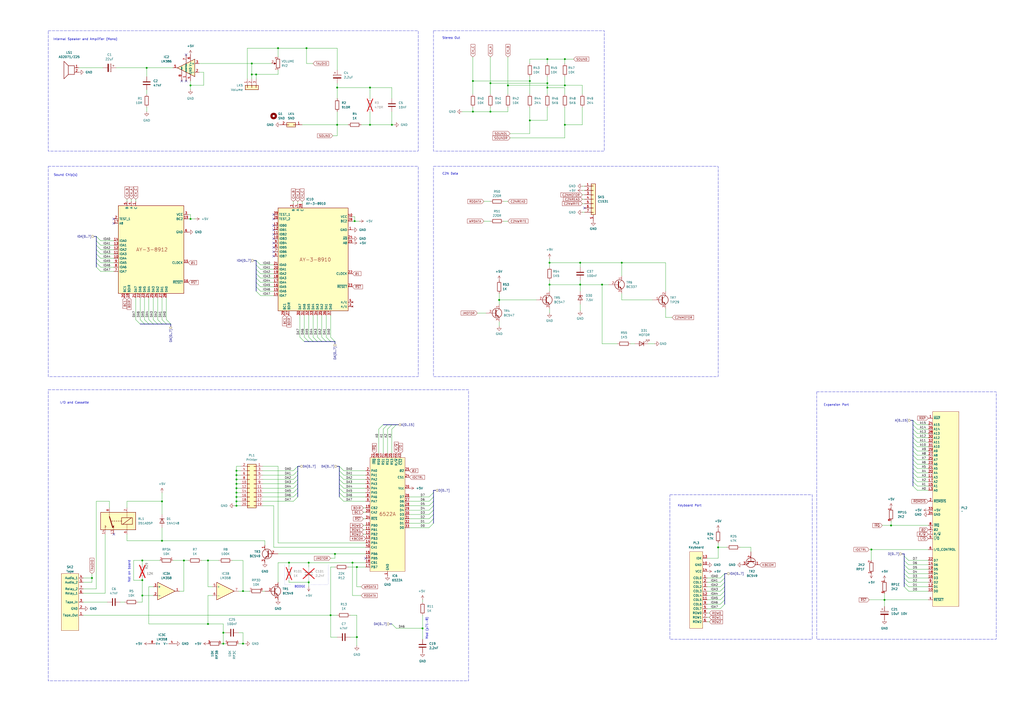
<source format=kicad_sch>
(kicad_sch (version 20231120) (generator "eeschema") (generator_version "8.0")
  (paper "A2")
  (junction (at 336.55 152.4))
  (junction (at 137.16 283.21))
  (junction (at 207.01 328.93))
  (junction (at 120.65 325.12))
  (junction (at 318.77 152.4))
  (junction (at 516.89 304.8))
  (junction (at 106.68 325.12))
  (junction (at 317.5 50.8))
  (junction (at 82.55 325.12))
  (junction (at 289.56 173.99))
  (junction (at 137.16 288.29))
  (junction (at 93.98 313.69))
  (junction (at 513.08 347.98))
  (junction (at 227.33 72.39))
  (junction (at 195.58 50.8))
  (junction (at 146.05 43.18))
  (junction (at 146.05 36.83))
  (junction (at 53.34 335.28))
  (junction (at 137.16 293.37))
  (junction (at 317.5 48.26))
  (junction (at 177.8 27.94))
  (junction (at 137.16 273.05))
  (junction (at 137.16 275.59))
  (junction (at 110.49 127))
  (junction (at 205.74 128.27))
  (junction (at 274.32 64.77))
  (junction (at 274.32 46.99))
  (junction (at 360.68 152.4))
  (junction (at 336.55 165.1))
  (junction (at 82.55 336.55))
  (junction (at 140.97 342.9))
  (junction (at 85.09 39.37))
  (junction (at 204.47 326.39))
  (junction (at 191.77 356.87))
  (junction (at 214.63 50.8))
  (junction (at 416.56 317.5))
  (junction (at 327.66 49.53))
  (junction (at 82.55 345.44))
  (junction (at 129.54 373.38))
  (junction (at 93.98 290.83))
  (junction (at 318.77 165.1))
  (junction (at 245.11 364.49))
  (junction (at 284.48 64.77))
  (junction (at 194.31 321.31))
  (junction (at 137.16 290.83))
  (junction (at 349.25 165.1))
  (junction (at 327.66 34.29))
  (junction (at 137.16 278.13))
  (junction (at 307.34 46.99))
  (junction (at 294.64 49.53))
  (junction (at 137.16 280.67))
  (junction (at 120.65 361.95))
  (junction (at 161.29 27.94))
  (junction (at 207.01 369.57))
  (junction (at 137.16 285.75))
  (junction (at 284.48 48.26))
  (junction (at 167.64 326.39))
  (junction (at 179.07 337.82))
  (junction (at 327.66 72.39))
  (junction (at 317.5 34.29))
  (junction (at 148.59 43.18))
  (junction (at 195.58 72.39))
  (junction (at 307.34 69.85))
  (junction (at 129.54 367.03))
  (junction (at 110.49 49.53))
  (junction (at 214.63 72.39))
  (junction (at 505.46 318.77))
  (junction (at 140.97 373.38))
  (junction (at 179.07 326.39))
  (no_connect (at 107.95 46.99))
  (no_connect (at 158.75 146.05))
  (no_connect (at 158.75 124.46))
  (no_connect (at 212.09 323.85))
  (no_connect (at 66.04 129.54))
  (no_connect (at 158.75 130.81))
  (no_connect (at 158.75 148.59))
  (no_connect (at 158.75 133.35))
  (no_connect (at 158.75 140.97))
  (no_connect (at 158.75 138.43))
  (no_connect (at 158.75 143.51))
  (no_connect (at 158.75 135.89))
  (no_connect (at 158.75 127))
  (no_connect (at 66.04 127))
  (no_connect (at 66.04 309.88))
  (no_connect (at 339.09 120.65))
  (no_connect (at 105.41 46.99))
  (no_connect (at 107.95 31.75))
  (bus_entry (at 172.72 280.67) (size -2.54 2.54))
  (bus_entry (at 148.59 158.75) (size 2.54 2.54))
  (bus_entry (at 532.13 261.62) (size -2.54 -2.54))
  (bus_entry (at 227.33 248.92) (size 2.54 -2.54))
  (bus_entry (at 172.72 278.13) (size -2.54 2.54))
  (bus_entry (at 55.88 149.86) (size 2.54 2.54))
  (bus_entry (at 532.13 251.46) (size -2.54 -2.54))
  (bus_entry (at 248.92 290.83) (size 2.54 -2.54))
  (bus_entry (at 179.07 198.12) (size -2.54 -2.54))
  (bus_entry (at 96.52 187.96) (size -2.54 -2.54))
  (bus_entry (at 196.85 270.51) (size 2.54 2.54))
  (bus_entry (at 196.85 288.29) (size 2.54 2.54))
  (bus_entry (at 172.72 285.75) (size -2.54 2.54))
  (bus_entry (at 172.72 273.05) (size -2.54 2.54))
  (bus_entry (at 55.88 139.7) (size 2.54 2.54))
  (bus_entry (at 532.13 248.92) (size -2.54 -2.54))
  (bus_entry (at 148.59 151.13) (size 2.54 2.54))
  (bus_entry (at 527.05 340.36) (size -2.54 -2.54))
  (bus_entry (at 148.59 168.91) (size 2.54 2.54))
  (bus_entry (at 532.13 264.16) (size -2.54 -2.54))
  (bus_entry (at 55.88 152.4) (size 2.54 2.54))
  (bus_entry (at 532.13 276.86) (size -2.54 -2.54))
  (bus_entry (at 420.37 342.9) (size -2.54 2.54))
  (bus_entry (at 222.25 248.92) (size 2.54 -2.54))
  (bus_entry (at 532.13 269.24) (size -2.54 -2.54))
  (bus_entry (at 176.53 198.12) (size -2.54 -2.54))
  (bus_entry (at 248.92 295.91) (size 2.54 -2.54))
  (bus_entry (at 148.59 161.29) (size 2.54 2.54))
  (bus_entry (at 148.59 153.67) (size 2.54 2.54))
  (bus_entry (at 420.37 350.52) (size -2.54 2.54))
  (bus_entry (at 219.71 248.92) (size 2.54 -2.54))
  (bus_entry (at 532.13 266.7) (size -2.54 -2.54))
  (bus_entry (at 148.59 156.21) (size 2.54 2.54))
  (bus_entry (at 248.92 298.45) (size 2.54 -2.54))
  (bus_entry (at 172.72 270.51) (size -2.54 2.54))
  (bus_entry (at 532.13 279.4) (size -2.54 -2.54))
  (bus_entry (at 248.92 288.29) (size 2.54 -2.54))
  (bus_entry (at 420.37 347.98) (size -2.54 2.54))
  (bus_entry (at 532.13 284.48) (size -2.54 -2.54))
  (bus_entry (at 93.98 187.96) (size -2.54 -2.54))
  (bus_entry (at 248.92 303.53) (size 2.54 -2.54))
  (bus_entry (at 91.44 187.96) (size -2.54 -2.54))
  (bus_entry (at 248.92 306.07) (size 2.54 -2.54))
  (bus_entry (at 420.37 340.36) (size -2.54 2.54))
  (bus_entry (at 532.13 256.54) (size -2.54 -2.54))
  (bus_entry (at 532.13 271.78) (size -2.54 -2.54))
  (bus_entry (at 227.33 361.95) (size 2.54 2.54))
  (bus_entry (at 527.05 335.28) (size -2.54 -2.54))
  (bus_entry (at 194.31 198.12) (size -2.54 -2.54))
  (bus_entry (at 532.13 274.32) (size -2.54 -2.54))
  (bus_entry (at 532.13 259.08) (size -2.54 -2.54))
  (bus_entry (at 55.88 137.16) (size 2.54 2.54))
  (bus_entry (at 148.59 166.37) (size 2.54 2.54))
  (bus_entry (at 88.9 187.96) (size -2.54 -2.54))
  (bus_entry (at 248.92 300.99) (size 2.54 -2.54))
  (bus_entry (at 196.85 283.21) (size 2.54 2.54))
  (bus_entry (at 189.23 198.12) (size -2.54 -2.54))
  (bus_entry (at 83.82 187.96) (size -2.54 -2.54))
  (bus_entry (at 191.77 198.12) (size -2.54 -2.54))
  (bus_entry (at 527.05 337.82) (size -2.54 -2.54))
  (bus_entry (at 532.13 254) (size -2.54 -2.54))
  (bus_entry (at 196.85 278.13) (size 2.54 2.54))
  (bus_entry (at 196.85 280.67) (size 2.54 2.54))
  (bus_entry (at 527.05 330.2) (size -2.54 -2.54))
  (bus_entry (at 55.88 142.24) (size 2.54 2.54))
  (bus_entry (at 248.92 293.37) (size 2.54 -2.54))
  (bus_entry (at 148.59 163.83) (size 2.54 2.54))
  (bus_entry (at 181.61 198.12) (size -2.54 -2.54))
  (bus_entry (at 527.05 332.74) (size -2.54 -2.54))
  (bus_entry (at 172.72 283.21) (size -2.54 2.54))
  (bus_entry (at 527.05 325.12) (size -2.54 -2.54))
  (bus_entry (at 55.88 147.32) (size 2.54 2.54))
  (bus_entry (at 420.37 332.74) (size -2.54 2.54))
  (bus_entry (at 420.37 335.28) (size -2.54 2.54))
  (bus_entry (at 81.28 187.96) (size -2.54 -2.54))
  (bus_entry (at 196.85 285.75) (size 2.54 2.54))
  (bus_entry (at 196.85 275.59) (size 2.54 2.54))
  (bus_entry (at 527.05 342.9) (size -2.54 -2.54))
  (bus_entry (at 184.15 198.12) (size -2.54 -2.54))
  (bus_entry (at 532.13 246.38) (size -2.54 -2.54))
  (bus_entry (at 99.06 187.96) (size -2.54 -2.54))
  (bus_entry (at 532.13 281.94) (size -2.54 -2.54))
  (bus_entry (at 172.72 288.29) (size -2.54 2.54))
  (bus_entry (at 55.88 144.78) (size 2.54 2.54))
  (bus_entry (at 196.85 273.05) (size 2.54 2.54))
  (bus_entry (at 224.79 248.92) (size 2.54 -2.54))
  (bus_entry (at 186.69 198.12) (size -2.54 -2.54))
  (bus_entry (at 527.05 327.66) (size -2.54 -2.54))
  (bus_entry (at 420.37 337.82) (size -2.54 2.54))
  (bus_entry (at 55.88 154.94) (size 2.54 2.54))
  (bus_entry (at 172.72 275.59) (size -2.54 2.54))
  (bus_entry (at 86.36 187.96) (size -2.54 -2.54))
  (bus_entry (at 420.37 345.44) (size -2.54 2.54))
  (wire (pts (xy 245.11 364.49) (xy 245.11 356.87)))
  (wire (pts (xy 161.29 326.39) (xy 167.64 326.39)))
  (wire (pts (xy 317.5 34.29) (xy 317.5 36.83)))
  (wire (pts (xy 417.83 335.28) (xy 410.21 335.28)))
  (wire (pts (xy 209.55 340.36) (xy 207.01 340.36)))
  (wire (pts (xy 337.82 115.57) (xy 339.09 115.57)))
  (wire (pts (xy 280.67 128.27) (xy 284.48 128.27)))
  (wire (pts (xy 209.55 72.39) (xy 214.63 72.39)))
  (polyline (pts (xy 190.5 327.66) (xy 190.5 339.09)) (stroke (width 0) (type dot)))
  (wire (pts (xy 210.82 300.99) (xy 212.09 300.99)))
  (wire (pts (xy 58.42 144.78) (xy 66.04 144.78)))
  (wire (pts (xy 80.01 349.25) (xy 82.55 349.25)))
  (bus (pts (xy 194.31 199.39) (xy 194.31 198.12)))
  (bus (pts (xy 172.72 280.67) (xy 172.72 283.21)))
  (wire (pts (xy 191.77 195.58) (xy 191.77 182.88)))
  (wire (pts (xy 318.77 168.91) (xy 318.77 165.1)))
  (wire (pts (xy 146.05 43.18) (xy 148.59 43.18)))
  (wire (pts (xy 137.16 273.05) (xy 137.16 275.59)))
  (wire (pts (xy 77.47 336.55) (xy 77.47 325.12)))
  (wire (pts (xy 307.34 77.47) (xy 307.34 69.85)))
  (polyline (pts (xy 180.34 339.09) (xy 190.5 339.09)) (stroke (width 0) (type dot)))
  (wire (pts (xy 538.48 276.86) (xy 532.13 276.86)))
  (wire (pts (xy 318.77 149.86) (xy 318.77 152.4)))
  (wire (pts (xy 417.83 342.9) (xy 410.21 342.9)))
  (bus (pts (xy 421.64 332.74) (xy 420.37 332.74)))
  (wire (pts (xy 227.33 248.92) (xy 227.33 262.89)))
  (wire (pts (xy 214.63 72.39) (xy 214.63 64.77)))
  (wire (pts (xy 336.55 152.4) (xy 336.55 154.94)))
  (wire (pts (xy 199.39 290.83) (xy 212.09 290.83)))
  (wire (pts (xy 170.18 116.84) (xy 170.18 118.11)))
  (wire (pts (xy 204.47 345.44) (xy 204.47 326.39)))
  (wire (pts (xy 317.5 48.26) (xy 317.5 50.8)))
  (wire (pts (xy 307.34 69.85) (xy 307.34 62.23)))
  (wire (pts (xy 203.2 356.87) (xy 207.01 356.87)))
  (wire (pts (xy 245.11 347.98) (xy 245.11 349.25)))
  (wire (pts (xy 538.48 342.9) (xy 527.05 342.9)))
  (bus (pts (xy 55.88 152.4) (xy 55.88 154.94)))
  (bus (pts (xy 251.46 300.99) (xy 251.46 303.53)))
  (wire (pts (xy 417.83 350.52) (xy 410.21 350.52)))
  (wire (pts (xy 55.88 290.83) (xy 63.5 290.83)))
  (wire (pts (xy 110.49 49.53) (xy 118.11 49.53)))
  (wire (pts (xy 205.74 125.73) (xy 205.74 128.27)))
  (wire (pts (xy 167.64 326.39) (xy 167.64 328.93)))
  (wire (pts (xy 237.49 306.07) (xy 248.92 306.07)))
  (wire (pts (xy 151.13 166.37) (xy 158.75 166.37)))
  (wire (pts (xy 360.68 152.4) (xy 386.08 152.4)))
  (wire (pts (xy 106.68 342.9) (xy 104.14 342.9)))
  (wire (pts (xy 152.4 278.13) (xy 170.18 278.13)))
  (wire (pts (xy 358.14 199.39) (xy 349.25 199.39)))
  (bus (pts (xy 251.46 290.83) (xy 251.46 293.37)))
  (wire (pts (xy 227.33 72.39) (xy 214.63 72.39)))
  (wire (pts (xy 137.16 290.83) (xy 137.16 293.37)))
  (wire (pts (xy 207.01 369.57) (xy 207.01 374.65)))
  (bus (pts (xy 55.88 139.7) (xy 55.88 142.24)))
  (wire (pts (xy 337.82 49.53) (xy 337.82 54.61)))
  (wire (pts (xy 294.64 49.53) (xy 327.66 49.53)))
  (wire (pts (xy 336.55 162.56) (xy 336.55 165.1)))
  (wire (pts (xy 116.84 325.12) (xy 120.65 325.12)))
  (wire (pts (xy 538.48 332.74) (xy 527.05 332.74)))
  (wire (pts (xy 76.2 115.57) (xy 76.2 116.84)))
  (wire (pts (xy 227.33 64.77) (xy 227.33 72.39)))
  (wire (pts (xy 199.39 275.59) (xy 212.09 275.59)))
  (wire (pts (xy 191.77 328.93) (xy 191.77 356.87)))
  (wire (pts (xy 146.05 43.18) (xy 146.05 45.72)))
  (wire (pts (xy 179.07 337.82) (xy 179.07 340.36)))
  (wire (pts (xy 115.57 36.83) (xy 146.05 36.83)))
  (wire (pts (xy 538.48 340.36) (xy 527.05 340.36)))
  (wire (pts (xy 137.16 270.51) (xy 137.16 273.05)))
  (wire (pts (xy 189.23 195.58) (xy 189.23 182.88)))
  (wire (pts (xy 317.5 69.85) (xy 307.34 69.85)))
  (wire (pts (xy 504.19 347.98) (xy 513.08 347.98)))
  (wire (pts (xy 85.09 39.37) (xy 85.09 44.45)))
  (bus (pts (xy 251.46 285.75) (xy 251.46 288.29)))
  (bus (pts (xy 524.51 322.58) (xy 524.51 325.12)))
  (wire (pts (xy 411.48 360.68) (xy 410.21 360.68)))
  (wire (pts (xy 274.32 62.23) (xy 274.32 64.77)))
  (wire (pts (xy 210.82 307.34) (xy 212.09 307.34)))
  (wire (pts (xy 538.48 279.4) (xy 532.13 279.4)))
  (wire (pts (xy 137.16 293.37) (xy 135.89 293.37)))
  (wire (pts (xy 83.82 185.42) (xy 83.82 172.72)))
  (wire (pts (xy 151.13 171.45) (xy 158.75 171.45)))
  (wire (pts (xy 219.71 248.92) (xy 219.71 262.89)))
  (bus (pts (xy 55.88 149.86) (xy 55.88 152.4)))
  (wire (pts (xy 511.81 304.8) (xy 516.89 304.8)))
  (bus (pts (xy 529.59 246.38) (xy 529.59 248.92)))
  (wire (pts (xy 284.48 33.02) (xy 284.48 48.26)))
  (bus (pts (xy 184.15 198.12) (xy 181.61 198.12)))
  (wire (pts (xy 123.19 340.36) (xy 120.65 340.36)))
  (wire (pts (xy 93.98 298.45) (xy 93.98 290.83)))
  (wire (pts (xy 284.48 48.26) (xy 317.5 48.26)))
  (bus (pts (xy 529.59 264.16) (xy 529.59 266.7)))
  (bus (pts (xy 251.46 288.29) (xy 251.46 290.83)))
  (wire (pts (xy 77.47 325.12) (xy 82.55 325.12)))
  (bus (pts (xy 196.85 270.51) (xy 196.85 273.05)))
  (wire (pts (xy 327.66 62.23) (xy 327.66 72.39)))
  (polyline (pts (xy 165.1 327.66) (xy 165.1 339.09)) (stroke (width 0) (type dot)))
  (wire (pts (xy 93.98 290.83) (xy 73.66 290.83)))
  (wire (pts (xy 152.4 288.29) (xy 170.18 288.29)))
  (wire (pts (xy 349.25 199.39) (xy 349.25 165.1)))
  (wire (pts (xy 538.48 327.66) (xy 527.05 327.66)))
  (wire (pts (xy 129.54 367.03) (xy 129.54 373.38)))
  (wire (pts (xy 137.16 285.75) (xy 139.7 285.75)))
  (wire (pts (xy 337.82 123.19) (xy 339.09 123.19)))
  (wire (pts (xy 289.56 173.99) (xy 289.56 176.53)))
  (wire (pts (xy 317.5 50.8) (xy 317.5 54.61)))
  (bus (pts (xy 172.72 273.05) (xy 172.72 275.59)))
  (wire (pts (xy 274.32 46.99) (xy 274.32 54.61)))
  (wire (pts (xy 93.98 313.69) (xy 93.98 306.07)))
  (wire (pts (xy 82.55 336.55) (xy 82.55 345.44)))
  (wire (pts (xy 307.34 46.99) (xy 307.34 54.61)))
  (bus (pts (xy 55.88 147.32) (xy 55.88 149.86)))
  (bus (pts (xy 196.85 278.13) (xy 196.85 280.67)))
  (wire (pts (xy 179.07 195.58) (xy 179.07 182.88)))
  (wire (pts (xy 513.08 344.17) (xy 513.08 347.98)))
  (bus (pts (xy 148.59 153.67) (xy 148.59 156.21)))
  (wire (pts (xy 69.85 349.25) (xy 72.39 349.25)))
  (wire (pts (xy 82.55 349.25) (xy 82.55 345.44)))
  (wire (pts (xy 93.98 285.75) (xy 93.98 290.83)))
  (wire (pts (xy 210.82 309.88) (xy 212.09 309.88)))
  (wire (pts (xy 82.55 325.12) (xy 92.71 325.12)))
  (wire (pts (xy 289.56 189.23) (xy 289.56 186.69)))
  (wire (pts (xy 538.48 246.38) (xy 532.13 246.38)))
  (bus (pts (xy 196.85 285.75) (xy 196.85 288.29)))
  (wire (pts (xy 86.36 185.42) (xy 86.36 172.72)))
  (wire (pts (xy 63.5 290.83) (xy 63.5 294.64)))
  (bus (pts (xy 179.07 198.12) (xy 176.53 198.12)))
  (wire (pts (xy 151.13 153.67) (xy 158.75 153.67)))
  (bus (pts (xy 524.51 321.31) (xy 524.51 322.58)))
  (bus (pts (xy 529.59 251.46) (xy 529.59 254)))
  (wire (pts (xy 109.22 325.12) (xy 106.68 325.12)))
  (wire (pts (xy 110.49 127) (xy 109.22 127)))
  (wire (pts (xy 538.48 274.32) (xy 532.13 274.32)))
  (wire (pts (xy 417.83 345.44) (xy 410.21 345.44)))
  (wire (pts (xy 513.08 347.98) (xy 538.48 347.98)))
  (wire (pts (xy 327.66 72.39) (xy 337.82 72.39)))
  (wire (pts (xy 137.16 280.67) (xy 139.7 280.67)))
  (bus (pts (xy 83.82 187.96) (xy 81.28 187.96)))
  (wire (pts (xy 289.56 170.18) (xy 289.56 173.99)))
  (wire (pts (xy 411.48 355.6) (xy 410.21 355.6)))
  (wire (pts (xy 318.77 152.4) (xy 318.77 154.94)))
  (bus (pts (xy 529.59 271.78) (xy 529.59 274.32)))
  (wire (pts (xy 58.42 149.86) (xy 66.04 149.86)))
  (wire (pts (xy 237.49 298.45) (xy 248.92 298.45)))
  (wire (pts (xy 137.16 283.21) (xy 139.7 283.21)))
  (bus (pts (xy 251.46 293.37) (xy 251.46 295.91)))
  (wire (pts (xy 120.65 340.36) (xy 120.65 325.12)))
  (bus (pts (xy 93.98 187.96) (xy 91.44 187.96)))
  (wire (pts (xy 327.66 49.53) (xy 327.66 44.45)))
  (wire (pts (xy 212.09 294.64) (xy 210.82 294.64)))
  (wire (pts (xy 172.72 116.84) (xy 172.72 118.11)))
  (wire (pts (xy 113.03 127) (xy 110.49 127)))
  (wire (pts (xy 118.11 41.91) (xy 118.11 49.53)))
  (wire (pts (xy 128.27 373.38) (xy 129.54 373.38)))
  (wire (pts (xy 146.05 36.83) (xy 157.48 36.83)))
  (wire (pts (xy 137.16 280.67) (xy 137.16 283.21)))
  (wire (pts (xy 137.16 273.05) (xy 139.7 273.05)))
  (wire (pts (xy 175.26 116.84) (xy 175.26 118.11)))
  (wire (pts (xy 237.49 303.53) (xy 248.92 303.53)))
  (bus (pts (xy 172.72 285.75) (xy 172.72 288.29)))
  (bus (pts (xy 55.88 137.16) (xy 55.88 139.7)))
  (wire (pts (xy 151.13 161.29) (xy 158.75 161.29)))
  (wire (pts (xy 294.64 64.77) (xy 294.64 62.23)))
  (bus (pts (xy 529.59 259.08) (xy 529.59 261.62)))
  (wire (pts (xy 137.16 278.13) (xy 139.7 278.13)))
  (wire (pts (xy 148.59 43.18) (xy 161.29 43.18)))
  (bus (pts (xy 420.37 347.98) (xy 420.37 350.52)))
  (bus (pts (xy 420.37 345.44) (xy 420.37 347.98)))
  (bus (pts (xy 196.85 283.21) (xy 196.85 285.75)))
  (wire (pts (xy 161.29 337.82) (xy 161.29 326.39)))
  (wire (pts (xy 86.36 340.36) (xy 86.36 361.95)))
  (wire (pts (xy 327.66 80.01) (xy 327.66 72.39)))
  (bus (pts (xy 55.88 144.78) (xy 55.88 147.32)))
  (wire (pts (xy 292.1 116.84) (xy 294.64 116.84)))
  (wire (pts (xy 417.83 340.36) (xy 410.21 340.36)))
  (wire (pts (xy 153.67 313.69) (xy 153.67 316.23)))
  (wire (pts (xy 307.34 36.83) (xy 307.34 34.29)))
  (wire (pts (xy 106.68 325.12) (xy 106.68 342.9)))
  (wire (pts (xy 538.48 304.8) (xy 516.89 304.8)))
  (bus (pts (xy 88.9 187.96) (xy 86.36 187.96)))
  (wire (pts (xy 158.75 317.5) (xy 158.75 293.37)))
  (wire (pts (xy 538.48 271.78) (xy 532.13 271.78)))
  (wire (pts (xy 179.07 326.39) (xy 179.07 328.93)))
  (wire (pts (xy 173.99 195.58) (xy 173.99 182.88)))
  (bus (pts (xy 148.59 158.75) (xy 148.59 161.29)))
  (wire (pts (xy 151.13 163.83) (xy 158.75 163.83)))
  (bus (pts (xy 420.37 340.36) (xy 420.37 342.9)))
  (bus (pts (xy 148.59 161.29) (xy 148.59 163.83)))
  (wire (pts (xy 91.44 185.42) (xy 91.44 172.72)))
  (wire (pts (xy 137.16 288.29) (xy 139.7 288.29)))
  (bus (pts (xy 524.51 337.82) (xy 524.51 340.36)))
  (wire (pts (xy 195.58 78.74) (xy 195.58 72.39)))
  (wire (pts (xy 67.31 39.37) (xy 85.09 39.37)))
  (wire (pts (xy 100.33 325.12) (xy 106.68 325.12)))
  (wire (pts (xy 267.97 64.77) (xy 274.32 64.77)))
  (wire (pts (xy 120.65 325.12) (xy 127 325.12)))
  (wire (pts (xy 317.5 48.26) (xy 317.5 44.45)))
  (wire (pts (xy 73.66 313.69) (xy 93.98 313.69)))
  (wire (pts (xy 110.49 49.53) (xy 110.49 46.99)))
  (wire (pts (xy 274.32 64.77) (xy 284.48 64.77)))
  (wire (pts (xy 73.66 309.88) (xy 73.66 313.69)))
  (wire (pts (xy 416.56 317.5) (xy 421.64 317.5)))
  (wire (pts (xy 207.01 356.87) (xy 207.01 369.57)))
  (wire (pts (xy 360.68 152.4) (xy 360.68 160.02)))
  (wire (pts (xy 181.61 36.83) (xy 177.8 36.83)))
  (wire (pts (xy 110.49 49.53) (xy 110.49 52.07)))
  (bus (pts (xy 186.69 198.12) (xy 184.15 198.12)))
  (wire (pts (xy 167.64 336.55) (xy 167.64 337.82)))
  (wire (pts (xy 538.48 335.28) (xy 527.05 335.28)))
  (wire (pts (xy 48.26 337.82) (xy 53.34 337.82)))
  (wire (pts (xy 417.83 347.98) (xy 410.21 347.98)))
  (wire (pts (xy 177.8 27.94) (xy 195.58 27.94)))
  (bus (pts (xy 229.87 246.38) (xy 227.33 246.38)))
  (wire (pts (xy 161.29 27.94) (xy 161.29 33.02)))
  (wire (pts (xy 281.94 181.61) (xy 276.86 181.61)))
  (bus (pts (xy 191.77 198.12) (xy 189.23 198.12)))
  (wire (pts (xy 375.92 199.39) (xy 379.73 199.39)))
  (wire (pts (xy 134.62 325.12) (xy 140.97 325.12)))
  (wire (pts (xy 152.4 285.75) (xy 170.18 285.75)))
  (wire (pts (xy 161.29 27.94) (xy 177.8 27.94)))
  (wire (pts (xy 327.66 34.29) (xy 327.66 36.83)))
  (wire (pts (xy 294.64 49.53) (xy 294.64 54.61)))
  (wire (pts (xy 295.91 80.01) (xy 327.66 80.01)))
  (wire (pts (xy 289.56 173.99) (xy 311.15 173.99)))
  (wire (pts (xy 82.55 345.44) (xy 88.9 345.44)))
  (wire (pts (xy 194.31 321.31) (xy 212.09 321.31)))
  (wire (pts (xy 191.77 356.87) (xy 195.58 356.87)))
  (wire (pts (xy 137.16 275.59) (xy 139.7 275.59)))
  (wire (pts (xy 214.63 50.8) (xy 227.33 50.8)))
  (wire (pts (xy 167.64 337.82) (xy 179.07 337.82)))
  (wire (pts (xy 82.55 336.55) (xy 77.47 336.55)))
  (wire (pts (xy 317.5 62.23) (xy 317.5 69.85)))
  (bus (pts (xy 227.33 246.38) (xy 224.79 246.38)))
  (wire (pts (xy 195.58 57.15) (xy 195.58 50.8)))
  (wire (pts (xy 58.42 139.7) (xy 66.04 139.7)))
  (wire (pts (xy 307.34 46.99) (xy 307.34 44.45)))
  (wire (pts (xy 386.08 179.07) (xy 386.08 184.15)))
  (wire (pts (xy 148.59 45.72) (xy 148.59 43.18)))
  (wire (pts (xy 538.48 269.24) (xy 532.13 269.24)))
  (wire (pts (xy 538.48 266.7) (xy 532.13 266.7)))
  (wire (pts (xy 138.43 367.03) (xy 140.97 367.03)))
  (wire (pts (xy 237.49 300.99) (xy 248.92 300.99)))
  (wire (pts (xy 96.52 185.42) (xy 96.52 172.72)))
  (wire (pts (xy 60.96 309.88) (xy 60.96 344.17)))
  (wire (pts (xy 120.65 361.95) (xy 120.65 345.44)))
  (bus (pts (xy 172.72 275.59) (xy 172.72 278.13)))
  (bus (pts (xy 148.59 166.37) (xy 148.59 168.91)))
  (wire (pts (xy 337.82 113.03) (xy 339.09 113.03)))
  (wire (pts (xy 194.31 323.85) (xy 194.31 321.31)))
  (bus (pts (xy 529.59 243.84) (xy 529.59 246.38)))
  (wire (pts (xy 167.64 326.39) (xy 179.07 326.39)))
  (wire (pts (xy 199.39 283.21) (xy 212.09 283.21)))
  (wire (pts (xy 137.16 285.75) (xy 137.16 288.29)))
  (wire (pts (xy 538.48 325.12) (xy 527.05 325.12)))
  (bus (pts (xy 226.06 361.95) (xy 227.33 361.95)))
  (wire (pts (xy 327.66 54.61) (xy 327.66 50.8)))
  (wire (pts (xy 179.07 326.39) (xy 204.47 326.39)))
  (bus (pts (xy 529.59 248.92) (xy 529.59 251.46)))
  (wire (pts (xy 176.53 195.58) (xy 176.53 182.88)))
  (wire (pts (xy 274.32 33.02) (xy 274.32 46.99)))
  (wire (pts (xy 513.08 347.98) (xy 513.08 351.79)))
  (wire (pts (xy 307.34 34.29) (xy 317.5 34.29)))
  (wire (pts (xy 120.65 345.44) (xy 123.19 345.44)))
  (wire (pts (xy 237.49 295.91) (xy 248.92 295.91)))
  (wire (pts (xy 207.01 328.93) (xy 212.09 328.93)))
  (wire (pts (xy 295.91 77.47) (xy 307.34 77.47)))
  (wire (pts (xy 152.4 280.67) (xy 170.18 280.67)))
  (wire (pts (xy 538.48 261.62) (xy 532.13 261.62)))
  (wire (pts (xy 48.26 335.28) (xy 53.34 335.28)))
  (wire (pts (xy 336.55 180.34) (xy 336.55 176.53)))
  (wire (pts (xy 152.4 270.51) (xy 161.29 270.51)))
  (wire (pts (xy 208.28 128.27) (xy 205.74 128.27)))
  (bus (pts (xy 181.61 198.12) (xy 179.07 198.12)))
  (wire (pts (xy 140.97 325.12) (xy 140.97 342.9)))
  (wire (pts (xy 93.98 313.69) (xy 153.67 313.69)))
  (wire (pts (xy 137.16 275.59) (xy 137.16 278.13)))
  (wire (pts (xy 280.67 116.84) (xy 284.48 116.84)))
  (wire (pts (xy 199.39 278.13) (xy 212.09 278.13)))
  (wire (pts (xy 193.04 78.74) (xy 195.58 78.74)))
  (wire (pts (xy 538.48 254) (xy 532.13 254)))
  (wire (pts (xy 139.7 270.51) (xy 137.16 270.51)))
  (wire (pts (xy 48.26 341.63) (xy 55.88 341.63)))
  (bus (pts (xy 420.37 335.28) (xy 420.37 337.82)))
  (wire (pts (xy 195.58 72.39) (xy 201.93 72.39)))
  (wire (pts (xy 137.16 290.83) (xy 139.7 290.83)))
  (bus (pts (xy 529.59 254) (xy 529.59 256.54)))
  (wire (pts (xy 227.33 72.39) (xy 228.6 72.39)))
  (wire (pts (xy 505.46 325.12) (xy 505.46 318.77)))
  (bus (pts (xy 251.46 295.91) (xy 251.46 298.45)))
  (wire (pts (xy 85.09 54.61) (xy 85.09 52.07)))
  (wire (pts (xy 186.69 195.58) (xy 186.69 182.88)))
  (wire (pts (xy 137.16 288.29) (xy 137.16 290.83)))
  (wire (pts (xy 386.08 152.4) (xy 386.08 168.91)))
  (bus (pts (xy 420.37 332.74) (xy 420.37 335.28)))
  (bus (pts (xy 196.85 273.05) (xy 196.85 275.59)))
  (wire (pts (xy 416.56 317.5) (xy 416.56 314.96)))
  (wire (pts (xy 88.9 185.42) (xy 88.9 172.72)))
  (wire (pts (xy 82.55 327.66) (xy 82.55 325.12)))
  (bus (pts (xy 96.52 187.96) (xy 93.98 187.96)))
  (wire (pts (xy 78.74 185.42) (xy 78.74 172.72)))
  (wire (pts (xy 140.97 342.9) (xy 144.78 342.9)))
  (polyline (pts (xy 165.1 339.09) (xy 168.91 339.09)) (stroke (width 0) (type dot)))
  (wire (pts (xy 82.55 335.28) (xy 82.55 336.55)))
  (bus (pts (xy 224.79 246.38) (xy 222.25 246.38)))
  (bus (pts (xy 172.72 270.51) (xy 172.72 273.05)))
  (wire (pts (xy 152.4 342.9) (xy 153.67 342.9)))
  (bus (pts (xy 91.44 187.96) (xy 88.9 187.96)))
  (wire (pts (xy 73.66 290.83) (xy 73.66 294.64)))
  (bus (pts (xy 99.06 187.96) (xy 96.52 187.96)))
  (wire (pts (xy 222.25 248.92) (xy 222.25 262.89)))
  (bus (pts (xy 172.72 278.13) (xy 172.72 280.67)))
  (bus (pts (xy 54.61 137.16) (xy 55.88 137.16)))
  (wire (pts (xy 48.26 349.25) (xy 62.23 349.25)))
  (wire (pts (xy 151.13 168.91) (xy 158.75 168.91)))
  (wire (pts (xy 93.98 185.42) (xy 93.98 172.72)))
  (wire (pts (xy 209.55 345.44) (xy 204.47 345.44)))
  (bus (pts (xy 420.37 337.82) (xy 420.37 340.36)))
  (wire (pts (xy 538.48 264.16) (xy 532.13 264.16)))
  (wire (pts (xy 435.61 317.5) (xy 435.61 320.04)))
  (wire (pts (xy 110.49 124.46) (xy 110.49 127)))
  (wire (pts (xy 538.48 284.48) (xy 532.13 284.48)))
  (wire (pts (xy 337.82 118.11) (xy 339.09 118.11)))
  (wire (pts (xy 140.97 373.38) (xy 138.43 373.38)))
  (wire (pts (xy 336.55 152.4) (xy 360.68 152.4)))
  (wire (pts (xy 327.66 49.53) (xy 337.82 49.53)))
  (wire (pts (xy 86.36 361.95) (xy 120.65 361.95)))
  (wire (pts (xy 143.51 45.72) (xy 143.51 27.94)))
  (bus (pts (xy 189.23 198.12) (xy 186.69 198.12)))
  (wire (pts (xy 237.49 290.83) (xy 248.92 290.83)))
  (wire (pts (xy 237.49 293.37) (xy 248.92 293.37)))
  (bus (pts (xy 252.73 284.48) (xy 251.46 284.48)))
  (bus (pts (xy 229.87 246.38) (xy 231.14 246.38)))
  (wire (pts (xy 179.07 337.82) (xy 179.07 336.55)))
  (wire (pts (xy 229.87 364.49) (xy 245.11 364.49)))
  (wire (pts (xy 195.58 369.57) (xy 191.77 369.57)))
  (wire (pts (xy 212.09 317.5) (xy 158.75 317.5)))
  (wire (pts (xy 538.48 337.82) (xy 527.05 337.82)))
  (bus (pts (xy 529.59 261.62) (xy 529.59 264.16)))
  (wire (pts (xy 538.48 330.2) (xy 527.05 330.2)))
  (wire (pts (xy 349.25 165.1) (xy 353.06 165.1)))
  (wire (pts (xy 191.77 323.85) (xy 194.31 323.85)))
  (wire (pts (xy 317.5 34.29) (xy 327.66 34.29)))
  (wire (pts (xy 195.58 50.8) (xy 214.63 50.8)))
  (bus (pts (xy 524.51 327.66) (xy 524.51 330.2)))
  (wire (pts (xy 417.83 337.82) (xy 410.21 337.82)))
  (bus (pts (xy 529.59 256.54) (xy 529.59 259.08)))
  (bus (pts (xy 524.51 335.28) (xy 524.51 337.82)))
  (wire (pts (xy 274.32 46.99) (xy 307.34 46.99)))
  (wire (pts (xy 337.82 107.95) (xy 339.09 107.95)))
  (wire (pts (xy 85.09 39.37) (xy 100.33 39.37)))
  (wire (pts (xy 59.69 39.37) (xy 45.72 39.37)))
  (wire (pts (xy 327.66 34.29) (xy 332.74 34.29)))
  (wire (pts (xy 143.51 27.94) (xy 161.29 27.94)))
  (wire (pts (xy 538.48 248.92) (xy 532.13 248.92)))
  (bus (pts (xy 529.59 276.86) (xy 529.59 279.4)))
  (wire (pts (xy 53.34 332.74) (xy 53.34 335.28)))
  (bus (pts (xy 194.31 198.12) (xy 191.77 198.12)))
  (wire (pts (xy 85.09 64.77) (xy 85.09 62.23)))
  (wire (pts (xy 538.48 281.94) (xy 532.13 281.94)))
  (wire (pts (xy 58.42 152.4) (xy 66.04 152.4)))
  (wire (pts (xy 214.63 50.8) (xy 214.63 57.15)))
  (wire (pts (xy 161.29 321.31) (xy 194.31 321.31)))
  (wire (pts (xy 151.13 156.21) (xy 158.75 156.21)))
  (bus (pts (xy 524.51 325.12) (xy 524.51 327.66)))
  (bus (pts (xy 99.06 189.23) (xy 99.06 187.96)))
  (wire (pts (xy 55.88 341.63) (xy 55.88 290.83)))
  (bus (pts (xy 529.59 274.32) (xy 529.59 276.86)))
  (bus (pts (xy 524.51 330.2) (xy 524.51 332.74)))
  (bus (pts (xy 529.59 269.24) (xy 529.59 271.78)))
  (wire (pts (xy 78.74 115.57) (xy 78.74 116.84)))
  (wire (pts (xy 360.68 170.18) (xy 360.68 173.99)))
  (wire (pts (xy 137.16 278.13) (xy 137.16 280.67)))
  (wire (pts (xy 207.01 340.36) (xy 207.01 328.93)))
  (wire (pts (xy 129.54 367.03) (xy 130.81 367.03)))
  (bus (pts (xy 173.99 270.51) (xy 172.72 270.51)))
  (wire (pts (xy 142.24 373.38) (xy 140.97 373.38)))
  (wire (pts (xy 191.77 369.57) (xy 191.77 356.87)))
  (bus (pts (xy 523.24 321.31) (xy 524.51 321.31)))
  (bus (pts (xy 529.59 279.4) (xy 529.59 281.94)))
  (wire (pts (xy 161.29 270.51) (xy 161.29 314.96)))
  (wire (pts (xy 505.46 318.77) (xy 538.48 318.77)))
  (wire (pts (xy 199.39 285.75) (xy 212.09 285.75)))
  (wire (pts (xy 53.34 335.28) (xy 53.34 337.82)))
  (wire (pts (xy 201.93 328.93) (xy 207.01 328.93)))
  (wire (pts (xy 152.4 275.59) (xy 170.18 275.59)))
  (wire (pts (xy 318.77 162.56) (xy 318.77 165.1)))
  (wire (pts (xy 318.77 181.61) (xy 318.77 179.07)))
  (wire (pts (xy 245.11 370.84) (xy 245.11 364.49)))
  (bus (pts (xy 420.37 342.9) (xy 420.37 345.44)))
  (wire (pts (xy 292.1 128.27) (xy 294.64 128.27)))
  (wire (pts (xy 118.11 41.91) (xy 115.57 41.91)))
  (wire (pts (xy 516.89 304.8) (xy 516.89 302.26)))
  (wire (pts (xy 195.58 64.77) (xy 195.58 72.39)))
  (wire (pts (xy 199.39 288.29) (xy 212.09 288.29)))
  (wire (pts (xy 538.48 256.54) (xy 532.13 256.54)))
  (wire (pts (xy 224.79 248.92) (xy 224.79 262.89)))
  (wire (pts (xy 88.9 340.36) (xy 86.36 340.36)))
  (bus (pts (xy 86.36 187.96) (xy 83.82 187.96)))
  (wire (pts (xy 58.42 157.48) (xy 66.04 157.48)))
  (wire (pts (xy 360.68 173.99) (xy 378.46 173.99)))
  (wire (pts (xy 318.77 165.1) (xy 336.55 165.1)))
  (wire (pts (xy 181.61 195.58) (xy 181.61 182.88)))
  (bus (pts (xy 148.59 163.83) (xy 148.59 166.37)))
  (bus (pts (xy 528.32 243.84) (xy 529.59 243.84)))
  (wire (pts (xy 336.55 165.1) (xy 336.55 168.91)))
  (wire (pts (xy 205.74 128.27) (xy 204.47 128.27)))
  (wire (pts (xy 140.97 367.03) (xy 140.97 373.38)))
  (bus (pts (xy 172.72 283.21) (xy 172.72 285.75)))
  (bus (pts (xy 529.59 266.7) (xy 529.59 269.24)))
  (wire (pts (xy 120.65 361.95) (xy 129.54 361.95)))
  (bus (pts (xy 55.88 142.24) (xy 55.88 144.78)))
  (wire (pts (xy 210.82 304.8) (xy 212.09 304.8)))
  (bus (pts (xy 196.85 280.67) (xy 196.85 283.21)))
  (bus (pts (xy 251.46 284.48) (xy 251.46 285.75)))
  (wire (pts (xy 227.33 50.8) (xy 227.33 57.15)))
  (wire (pts (xy 129.54 361.95) (xy 129.54 367.03)))
  (wire (pts (xy 161.29 43.18) (xy 161.29 40.64)))
  (wire (pts (xy 158.75 293.37) (xy 152.4 293.37)))
  (wire (pts (xy 336.55 165.1) (xy 349.25 165.1)))
  (wire (pts (xy 284.48 48.26) (xy 284.48 54.61)))
  (wire (pts (xy 175.26 72.39) (xy 195.58 72.39)))
  (wire (pts (xy 199.39 273.05) (xy 212.09 273.05)))
  (wire (pts (xy 284.48 62.23) (xy 284.48 64.77)))
  (wire (pts (xy 73.66 115.57) (xy 73.66 116.84)))
  (wire (pts (xy 204.47 326.39) (xy 212.09 326.39)))
  (wire (pts (xy 137.16 293.37) (xy 139.7 293.37)))
  (wire (pts (xy 184.15 195.58) (xy 184.15 182.88)))
  (wire (pts (xy 195.58 48.26) (xy 195.58 50.8)))
  (wire (pts (xy 337.82 72.39) (xy 337.82 62.23)))
  (bus (pts (xy 148.59 151.13) (xy 148.59 153.67)))
  (wire (pts (xy 58.42 147.32) (xy 66.04 147.32)))
  (wire (pts (xy 161.29 314.96) (xy 212.09 314.96)))
  (wire (pts (xy 410.21 323.85) (xy 416.56 323.85)))
  (bus (pts (xy 524.51 332.74) (xy 524.51 335.28)))
  (wire (pts (xy 129.54 373.38) (xy 130.81 373.38)))
  (wire (pts (xy 237.49 288.29) (xy 248.92 288.29)))
  (wire (pts (xy 284.48 64.77) (xy 294.64 64.77)))
  (wire (pts (xy 327.66 50.8) (xy 317.5 50.8)))
  (bus (pts (xy 196.85 275.59) (xy 196.85 278.13)))
  (wire (pts (xy 146.05 36.83) (xy 146.05 43.18)))
  (wire (pts (xy 152.4 290.83) (xy 170.18 290.83)))
  (wire (pts (xy 60.96 344.17) (xy 48.26 344.17)))
  (wire (pts (xy 152.4 283.21) (xy 170.18 283.21)))
  (wire (pts (xy 203.2 369.57) (xy 207.01 369.57)))
  (wire (pts (xy 337.82 110.49) (xy 339.09 110.49)))
  (wire (pts (xy 294.64 33.02) (xy 294.64 49.53)))
  (wire (pts (xy 58.42 142.24) (xy 66.04 142.24)))
  (wire (pts (xy 212.09 297.18) (xy 210.82 297.18)))
  (wire (pts (xy 152.4 273.05) (xy 170.18 273.05)))
  (wire (pts (xy 199.39 280.67) (xy 212.09 280.67)))
  (bus (pts (xy 251.46 298.45) (xy 251.46 300.99)))
  (wire (pts (xy 365.76 199.39) (xy 368.3 199.39)))
  (wire (pts (xy 386.08 184.15) (xy 389.89 184.15)))
  (bus (pts (xy 148.59 156.21) (xy 148.59 158.75)))
  (wire (pts (xy 58.42 154.94) (xy 66.04 154.94)))
  (wire (pts (xy 194.31 328.93) (xy 191.77 328.93)))
  (wire (pts (xy 177.8 27.94) (xy 177.8 36.83)))
  (wire (pts (xy 416.56 323.85) (xy 416.56 317.5)))
  (wire (pts (xy 417.83 353.06) (xy 410.21 353.06)))
  (bus (pts (xy 147.32 151.13) (xy 148.59 151.13)))
  (wire (pts (xy 318.77 152.4) (xy 336.55 152.4)))
  (wire (pts (xy 204.47 125.73) (xy 205.74 125.73)))
  (wire (pts (xy 137.16 283.21) (xy 137.16 285.75)))
  (wire (pts (xy 504.19 318.77) (xy 505.46 318.77)))
  (wire (pts (xy 429.26 317.5) (xy 435.61 317.5)))
  (wire (pts (xy 109.22 124.46) (xy 110.49 124.46)))
  (wire (pts (xy 151.13 158.75) (xy 158.75 158.75)))
  (wire (pts (xy 195.58 27.94) (xy 195.58 40.64)))
  (wire (pts (xy 538.48 259.08) (xy 532.13 259.08)))
  (bus (pts (xy 195.58 270.51) (xy 196.85 270.51)))
  (wire (pts (xy 411.48 358.14) (xy 410.21 358.14)))
  (wire (pts (xy 81.28 185.42) (xy 81.28 172.72)))
  (wire (pts (xy 48.26 356.87) (xy 191.77 356.87)))
  (wire (pts (xy 538.48 251.46) (xy 532.13 251.46)))
  (wire (pts (xy 138.43 342.9) (xy 140.97 342.9)))
  (rectangle (start 251.46 17.78) (end 350.52 87.63) (stroke (width 0) (type dash)))
  (rectangle (start 388.62 287.02) (end 471.17 370.84) (stroke (width 0) (type dash)))
  (rectangle (start 251.46 96.52) (end 416.56 218.44) (stroke (width 0) (type dash)))
  (rectangle (start 27.94 226.06) (end 271.78 394.97) (stroke (width 0) (type dash)))
  (rectangle (start 27.94 96.52) (end 242.57 218.44) (stroke (width 0) (type dash)))
  (rectangle (start 473.71 227.33) (end 577.85 370.84) (stroke (width 0) (type dash)))
  (rectangle (start 27.94 17.78) (end 242.57 87.63) (stroke (width 0) (type dash)))
  (text "I/O and Cassette" (at 43.18 233.68 0) (effects (font (size 1.27 1.27))))
  (text "Expansion Port" (at 485.14 234.95 0) (effects (font (size 1.27 1.27))))
  (text "Internal Speaker and Amplifier (Mono)" (at 49.53 22.86 0) (effects (font (size 1.27 1.27))))
  (text "Sound Chip(s)" (at 38.1 101.6 0) (effects (font (size 1.27 1.27))))
  (text "Stereo Out\n" (at 256.54 22.86 0) (effects (font (size 1.27 1.27)) (justify left bottom)))
  (text "Not on board" (at 74.93 331.47 90) (effects (font (size 1.27 1.27))))
  (text "BODGE" (at 173.99 340.36 0) (effects (font (size 1.27 1.27))))
  (text "Mod (p71-8)" (at 247.65 364.49 90) (effects (font (size 1.27 1.27))))
  (text "Keyboard Port" (at 400.05 293.37 0) (effects (font (size 1.27 1.27))))
  (text "C2N Data" (at 256.54 101.6 0) (effects (font (size 1.27 1.27)) (justify left bottom)))
  (label "DA4" (at 200.66 283.21 0))
  (label "A6" (at 537.21 269.24 180))
  (label "DA5" (at 179.07 194.31 90))
  (label "D7" (at 243.84 288.29 0))
  (label "IOA6" (at 152.4 168.91 0))
  (label "D2" (at 243.84 300.99 0))
  (label "DA7" (at 173.99 194.31 90))
  (label "D0" (at 243.84 306.07 0))
  (label "D5" (at 532.13 330.2 180))
  (label "IOA1" (at 59.69 142.24 0))
  (label "DA0" (at 191.77 194.31 90))
  (label "DA7" (at 200.66 290.83 0))
  (label "IOA0" (at 152.4 153.67 0))
  (label "DA3" (at 184.15 194.31 90))
  (label "IOA7" (at 152.4 171.45 0))
  (label "D6" (at 532.13 327.66 180))
  (label "D5" (at 243.84 293.37 0))
  (label "A3" (at 537.21 276.86 180))
  (label "IOA7" (at 416.56 353.06 180))
  (label "DA7" (at 168.91 290.83 180))
  (label "D1" (at 243.84 303.53 0))
  (label "A3" (at 227.33 254 90))
  (label "D4" (at 243.84 295.91 0))
  (label "A11" (at 537.21 256.54 180))
  (label "IOA3" (at 416.56 342.9 180))
  (label "DA2" (at 186.69 194.31 90))
  (label "DA2" (at 91.44 184.15 90))
  (label "DA3" (at 168.91 280.67 180))
  (label "IOA2" (at 416.56 340.36 180))
  (label "IOA3" (at 152.4 161.29 0))
  (label "D6" (at 243.84 290.83 0))
  (label "DA2" (at 168.91 278.13 180))
  (label "DA4" (at 168.91 283.21 180))
  (label "D0" (at 532.13 342.9 180))
  (label "A10" (at 537.21 259.08 180))
  (label "A13" (at 537.21 251.46 180))
  (label "A12" (at 537.21 254 180))
  (label "D7" (at 532.13 325.12 180))
  (label "D4" (at 532.13 332.74 180))
  (label "DA1" (at 93.98 184.15 90))
  (label "A15" (at 537.21 246.38 180))
  (label "A2" (at 537.21 279.4 180))
  (label "IOA0" (at 59.69 139.7 0))
  (label "DA3" (at 88.9 184.15 90))
  (label "IOA5" (at 416.56 347.98 180))
  (label "A0" (at 219.71 254 90))
  (label "DA4" (at 181.61 194.31 90))
  (label "DA4" (at 86.36 184.15 90))
  (label "IOA6" (at 416.56 350.52 180))
  (label "IOA6" (at 59.69 154.94 0))
  (label "DA1" (at 200.66 275.59 0))
  (label "DA2" (at 200.66 278.13 0))
  (label "D3" (at 532.13 335.28 180))
  (label "IOA2" (at 59.69 144.78 0))
  (label "DA6" (at 231.14 364.49 0))
  (label "DA7" (at 78.74 184.15 90))
  (label "DA6" (at 176.53 194.31 90))
  (label "DA0" (at 168.91 273.05 180))
  (label "DA5" (at 83.82 184.15 90))
  (label "IOA0" (at 416.56 335.28 180))
  (label "A14" (at 537.21 248.92 180))
  (label "IOA7" (at 59.69 157.48 0))
  (label "D2" (at 532.13 337.82 180))
  (label "IOA3" (at 59.69 147.32 0))
  (label "IOA1" (at 416.56 337.82 180))
  (label "DA3" (at 200.66 280.67 0))
  (label "D3" (at 243.84 298.45 0))
  (label "IOA1" (at 152.4 156.21 0))
  (label "IOA2" (at 152.4 158.75 0))
  (label "A5" (at 537.21 271.78 180))
  (label "A2" (at 224.79 254 90))
  (label "A7" (at 537.21 266.7 180))
  (label "A1" (at 222.25 254 90))
  (label "DA6" (at 200.66 288.29 0))
  (label "DA6" (at 168.91 288.29 180))
  (label "IOA4" (at 416.56 345.44 180))
  (label "A0" (at 537.21 284.48 180))
  (label "DA5" (at 200.66 285.75 0))
  (label "IOA5" (at 152.4 166.37 0))
  (label "A4" (at 537.21 274.32 180))
  (label "IOA4" (at 59.69 149.86 0))
  (label "DA0" (at 96.52 184.15 90))
  (label "DA5" (at 168.91 285.75 180))
  (label "A9" (at 537.21 261.62 180))
  (label "DA6" (at 81.28 184.15 90))
  (label "DA1" (at 168.91 275.59 180))
  (label "DA1" (at 189.23 194.31 90))
  (label "D1" (at 532.13 340.36 180))
  (label "A1" (at 537.21 281.94 180))
  (label "A8" (at 537.21 264.16 180))
  (label "IOA5" (at 59.69 152.4 0))
  (label "IOA4" (at 152.4 163.83 0))
  (label "DA0" (at 200.66 273.05 0))
  (global_label "ROW0" (shape input) (at 210.82 304.8 180) (property "Intersheetrefs" "${INTERSHEET_REFS}" (effects (hide yes))))
  (global_label "CH_A" (shape input) (at 172.72 116.84 90) (property "Intersheetrefs" "${INTERSHEET_REFS}" (effects (hide yes))))
  (global_label "KBCOM" (shape input) (at 212.09 312.42 180) (property "Intersheetrefs" "${INTERSHEET_REFS}" (effects (hide yes))))
  (global_label "WRDATA" (shape input) (at 280.67 128.27 180) (property "Intersheetrefs" "${INTERSHEET_REFS}" (effects (hide yes))))
  (global_label "WRDATA" (shape input) (at 209.55 340.36 0) (property "Intersheetrefs" "${INTERSHEET_REFS}" (effects (hide yes))))
  (global_label "SOUNDR" (shape input) (at 295.91 80.01 180) (property "Intersheetrefs" "${INTERSHEET_REFS}" (effects (hide yes))))
  (global_label "~{RST}" (shape input) (at 210.82 300.99 180) (property "Intersheetrefs" "${INTERSHEET_REFS}" (effects (hide yes))))
  (global_label "~{IRQ}" (shape input) (at 217.17 262.89 90) (property "Intersheetrefs" "${INTERSHEET_REFS}" (effects (hide yes))))
  (global_label "C2NREAD" (shape input) (at 294.64 116.84 0) (property "Intersheetrefs" "${INTERSHEET_REFS}" (effects (hide yes))))
  (global_label "CH_C" (shape input) (at 78.74 115.57 90) (property "Intersheetrefs" "${INTERSHEET_REFS}" (effects (hide yes))))
  (global_label "CH_B" (shape input) (at 170.18 116.84 90) (property "Intersheetrefs" "${INTERSHEET_REFS}" (effects (hide yes))))
  (global_label "SOUNDL" (shape input) (at 295.91 77.47 180) (property "Intersheetrefs" "${INTERSHEET_REFS}" (effects (hide yes))))
  (global_label "RDDATA" (shape input) (at 209.55 345.44 0) (property "Intersheetrefs" "${INTERSHEET_REFS}" (effects (hide yes))))
  (global_label "~{RST}" (shape input) (at 204.47 166.37 0) (property "Intersheetrefs" "${INTERSHEET_REFS}" (effects (hide yes))))
  (global_label "~{ROMDIS}" (shape input) (at 538.48 290.83 180) (property "Intersheetrefs" "${INTERSHEET_REFS}" (effects (hide yes))))
  (global_label "C2NMOTOR" (shape input) (at 337.82 113.03 180) (property "Intersheetrefs" "${INTERSHEET_REFS}" (effects (hide yes))))
  (global_label "ROW2" (shape input) (at 411.48 360.68 0) (property "Intersheetrefs" "${INTERSHEET_REFS}" (effects (hide yes))))
  (global_label "Ø2" (shape input) (at 237.49 273.05 0) (property "Intersheetrefs" "${INTERSHEET_REFS}" (effects (hide yes))))
  (global_label "~{I{slash}O}" (shape input) (at 538.48 312.42 180) (property "Intersheetrefs" "${INTERSHEET_REFS}" (effects (hide yes))))
  (global_label "KBCOM" (shape input) (at 440.69 327.66 0) (property "Intersheetrefs" "${INTERSHEET_REFS}" (effects (hide yes))))
  (global_label "R{slash}~{W}" (shape input) (at 538.48 309.88 180) (property "Intersheetrefs" "${INTERSHEET_REFS}" (effects (hide yes))))
  (global_label "BDIR" (shape input) (at 74.93 172.72 270) (property "Intersheetrefs" "${INTERSHEET_REFS}" (effects (hide yes))))
  (global_label "IOCTRL" (shape input) (at 504.19 318.77 180) (property "Intersheetrefs" "${INTERSHEET_REFS}" (effects (hide yes))))
  (global_label "SOUND" (shape input) (at 332.74 34.29 0) (property "Intersheetrefs" "${INTERSHEET_REFS}" (effects (hide yes))))
  (global_label "CH_C" (shape input) (at 274.32 33.02 90) (property "Intersheetrefs" "${INTERSHEET_REFS}" (effects (hide yes))))
  (global_label "C2NREAD" (shape input) (at 337.82 115.57 180) (property "Intersheetrefs" "${INTERSHEET_REFS}" (effects (hide yes))))
  (global_label "BC1" (shape input) (at 165.1 182.88 270) (property "Intersheetrefs" "${INTERSHEET_REFS}" (effects (hide yes))))
  (global_label "SOUND" (shape input) (at 193.04 78.74 180) (property "Intersheetrefs" "${INTERSHEET_REFS}" (effects (hide yes))))
  (global_label "ROW2" (shape input) (at 210.82 309.88 180) (property "Intersheetrefs" "${INTERSHEET_REFS}" (effects (hide yes))))
  (global_label "CH_A" (shape input) (at 76.2 115.57 90) (property "Intersheetrefs" "${INTERSHEET_REFS}" (effects (hide yes))))
  (global_label "CH_B" (shape input) (at 73.66 115.57 90) (property "Intersheetrefs" "${INTERSHEET_REFS}" (effects (hide yes))))
  (global_label "C2NWRITE" (shape input) (at 337.82 118.11 180) (property "Intersheetrefs" "${INTERSHEET_REFS}" (effects (hide yes))))
  (global_label "~{RST}" (shape input) (at 109.22 163.83 0) (property "Intersheetrefs" "${INTERSHEET_REFS}" (effects (hide yes))))
  (global_label "CH_B" (shape input) (at 294.64 33.02 90) (property "Intersheetrefs" "${INTERSHEET_REFS}" (effects (hide yes))))
  (global_label "~{I{slash}O}" (shape input) (at 232.41 262.89 90) (property "Intersheetrefs" "${INTERSHEET_REFS}" (effects (hide yes))))
  (global_label "ROW1" (shape input) (at 210.82 307.34 180) (property "Intersheetrefs" "${INTERSHEET_REFS}" (effects (hide yes))))
  (global_label "CH_C" (shape input) (at 175.26 116.84 90) (property "Intersheetrefs" "${INTERSHEET_REFS}" (effects (hide yes))))
  (global_label "BC1" (shape input) (at 72.39 172.72 270) (property "Intersheetrefs" "${INTERSHEET_REFS}" (effects (hide yes))))
  (global_label "BC1" (shape input) (at 210.82 297.18 180) (property "Intersheetrefs" "${INTERSHEET_REFS}" (effects (hide yes))))
  (global_label "TAUDIO" (shape input) (at 53.34 332.74 90) (property "Intersheetrefs" "${INTERSHEET_REFS}" (effects (hide yes))))
  (global_label "ROW0" (shape input) (at 411.48 355.6 0) (property "Intersheetrefs" "${INTERSHEET_REFS}" (effects (hide yes))))
  (global_label "CH_A" (shape input) (at 284.48 33.02 90) (property "Intersheetrefs" "${INTERSHEET_REFS}" (effects (hide yes))))
  (global_label "R{slash}~{W}" (shape input) (at 229.87 262.89 90) (property "Intersheetrefs" "${INTERSHEET_REFS}" (effects (hide yes))))
  (global_label "~{IRQ}" (shape input) (at 511.81 304.8 180) (property "Intersheetrefs" "${INTERSHEET_REFS}" (effects (hide yes))))
  (global_label "lMOTOR" (shape input) (at 191.77 323.85 180) (property "Intersheetrefs" "${INTERSHEET_REFS}" (effects (hide yes))))
  (global_label "~{MAP}" (shape input) (at 538.48 242.57 180) (property "Intersheetrefs" "${INTERSHEET_REFS}" (effects (hide yes))))
  (global_label "TAUDIO" (shape input) (at 181.61 36.83 0) (property "Intersheetrefs" "${INTERSHEET_REFS}" (effects (hide yes))))
  (global_label "Ø1" (shape input) (at 204.47 158.75 0) (property "Intersheetrefs" "${INTERSHEET_REFS}" (effects (hide yes))))
  (global_label "~{RST}" (shape input) (at 504.19 347.98 180) (property "Intersheetrefs" "${INTERSHEET_REFS}" (effects (hide yes))))
  (global_label "IOCTRL" (shape input) (at 237.49 276.86 0) (property "Intersheetrefs" "${INTERSHEET_REFS}" (effects (hide yes))))
  (global_label "C2NMOTOR" (shape input) (at 389.89 184.15 0) (property "Intersheetrefs" "${INTERSHEET_REFS}" (effects (hide yes))))
  (global_label "lMOTOR" (shape input) (at 276.86 181.61 180) (property "Intersheetrefs" "${INTERSHEET_REFS}" (effects (hide yes))))
  (global_label "ROW1" (shape input) (at 411.48 358.14 0) (property "Intersheetrefs" "${INTERSHEET_REFS}" (effects (hide yes))))
  (global_label "C2NWRITE" (shape input) (at 294.64 128.27 0) (property "Intersheetrefs" "${INTERSHEET_REFS}" (effects (hide yes))))
  (global_label "Ø2" (shape input) (at 538.48 307.34 180) (property "Intersheetrefs" "${INTERSHEET_REFS}" (effects (hide yes))))
  (global_label "Ø1" (shape input) (at 109.22 152.4 0) (property "Intersheetrefs" "${INTERSHEET_REFS}" (effects (hide yes))))
  (global_label "RDDATA" (shape input) (at 280.67 116.84 180) (property "Intersheetrefs" "${INTERSHEET_REFS}" (effects (hide yes))))
  (global_label "BDIR" (shape input) (at 210.82 294.64 180) (property "Intersheetrefs" "${INTERSHEET_REFS}" (effects (hide yes))))
  (global_label "BDIR" (shape input) (at 167.64 182.88 270) (property "Intersheetrefs" "${INTERSHEET_REFS}" (effects (hide yes))))
  (hierarchical_label "DA[0..7]" (shape input) (at 195.58 270.51 180))
  (hierarchical_label "IOA[0..7]" (shape input) (at 421.64 332.74 0))
  (hierarchical_label "D[0..7]" (shape input) (at 252.73 284.48 0))
  (hierarchical_label "A[0..15]" (shape input) (at 231.14 246.38 0))
  (hierarchical_label "DA[0..7]" (shape input) (at 194.31 199.39 270))
  (hierarchical_label "A[0..15]" (shape input) (at 528.32 243.84 180))
  (hierarchical_label "IOA[0..7]" (shape input) (at 147.32 151.13 180))
  (hierarchical_label "DA[0..7]" (shape input) (at 173.99 270.51 0))
  (hierarchical_label "IOA[0..7]" (shape input) (at 54.61 137.16 180))
  (hierarchical_label "DA[0..7]" (shape input) (at 226.06 361.95 180))
  (hierarchical_label "DA[0..7]" (shape input) (at 99.06 189.23 270))
  (hierarchical_label "D[0..7]" (shape input) (at 523.24 321.31 180))
  (symbol (lib_id "Device:R") (at 198.12 328.93 90) (mirror x) (unit 1)
    (property "Reference" "R12" (at 198.12 335.28 90))
    (property "Value" "22K" (at 198.12 332.74 90))
    (property "Footprint" "Oric:Resistor 10.16mm" (effects (hide yes)))
    (property "Description" "Resistor" (effects (hide yes)))
  )
  (symbol (lib_id "Device:C") (at 199.39 369.57 90) (unit 1)
    (property "Reference" "C7" (at 199.39 361.95 90))
    (property "Value" "47nF" (at 199.39 364.49 90))
    (property "Footprint" "Oric:Ceramic Capacitor 5.00mm" (effects (hide yes)))
    (property "Description" "Unpolarized capacitor" (effects (hide yes)))
  )
  (symbol (lib_id "power:GND") (at 161.29 347.98 0) (unit 1)
    (property "Reference" "#PWR0101" (effects (hide yes)))
    (property "Value" "GND" (at 161.29 353.06 0))
    (property "Description" "Power symbol creates a global label with name \"GND\" , ground" (effects (hide yes)))
  )
  (symbol (lib_id "power:+5V") (at 113.03 127 270) (unit 1)
    (property "Reference" "#PWR0114" (effects (hide yes)))
    (property "Value" "+5V" (at 116.84 126.9999 90) (effects (justify left)))
    (property "Description" "Power symbol creates a global label with name \"+5V\"" (effects (hide yes)))
  )
  (symbol (lib_id "Device:R") (at 307.34 58.42 180) (unit 1)
    (property "Reference" "R44" (at 309.88 57.1499 0) (effects (justify right)))
    (property "Value" "2K4" (at 309.88 59.6899 0) (effects (justify right)))
    (property "Footprint" "Oric:Resistor 10.16mm" (effects (hide yes)))
    (property "LCSC" "C84376" (effects (hide yes)))
  )
  (symbol (lib_id "power:+9V") (at 318.77 149.86 0) (unit 1)
    (property "Reference" "#PWR049" (effects (hide yes)))
    (property "Value" "+9V" (at 318.77 144.78 0))
    (property "Description" "Power symbol creates a global label with name \"+9V\"" (effects (hide yes)))
  )
  (symbol (lib_id "Oric:AY-3-8912") (at 87.63 144.78 0) (unit 1)
    (property "Reference" "IC4" (effects (hide yes)))
    (property "Value" "AY-3-8912" (effects (hide yes)))
    (property "Footprint" "Oric:DIP-28_W15.24mm" (effects (hide yes)))
  )
  (symbol (lib_id "Device:C") (at 245.11 374.65 0) (unit 1)
    (property "Reference" "C19" (at 248.92 373.3799 0) (effects (justify left)))
    (property "Value" "2.2nF" (at 248.92 375.9199 0) (effects (justify left)))
    (property "Footprint" "Oric:Ceramic Capacitor 5.00mm" (effects (hide yes)))
    (property "Description" "Unpolarized capacitor" (effects (hide yes)))
  )
  (symbol (lib_id "Device:R") (at 327.66 58.42 180) (unit 1)
    (property "Reference" "R48" (at 330.2 57.1499 0) (effects (justify right)))
    (property "Value" "5K6" (at 330.2 59.6899 0) (effects (justify right)))
    (property "Footprint" "Oric:Resistor 10.16mm" (effects (hide yes)))
    (property "LCSC" "C114565" (effects (hide yes)))
  )
  (symbol (lib_id "Connector_Generic:Conn_02x01") (at 170.18 72.39 180) (unit 1)
    (property "Reference" "LK4" (at 168.91 66.04 0))
    (property "Value" "SND" (at 168.91 68.58 0))
    (property "Footprint" "Oric:PinHeader_1x02_P2.54mm" (effects (hide yes)))
    (property "Description" "Generic connector, double row, 02x01, this symbol is compatible with counter-clockwise, top-bottom and odd-even numbering schemes., script generated (kicad-library-utils/schlib/autogen/connector/)" (effects (hide yes)))
  )
  (symbol (lib_id "power:GND") (at 267.97 64.77 270) (unit 1)
    (property "Reference" "#PWR042" (effects (hide yes)))
    (property "Value" "GND" (at 260.35 64.77 90) (effects (justify left)))
    (property "Description" "Power symbol creates a global label with name \"GND\" , ground" (effects (hide yes)))
  )
  (symbol (lib_id "Device:R") (at 416.56 311.15 0) (mirror y) (unit 1)
    (property "Reference" "R24" (at 414.02 309.8799 0) (effects (justify left)))
    (property "Value" "47K" (at 414.02 312.4199 0) (effects (justify left)))
    (property "Footprint" "Oric:Resistor 10.16mm" (effects (hide yes)))
    (property "Description" "Resistor" (effects (hide yes)))
  )
  (symbol (lib_id "power:GND") (at 45.72 41.91 90) (unit 1)
    (property "Reference" "#PWR0120" (effects (hide yes)))
    (property "Value" "GND" (at 49.53 41.9099 90) (effects (justify right)))
    (property "Description" "Power symbol creates a global label with name \"GND\" , ground" (effects (hide yes)))
  )
  (symbol (lib_id "Device:R") (at 288.29 128.27 270) (mirror x) (unit 1)
    (property "Reference" "R51" (at 288.29 122.555 90))
    (property "Value" "220R" (at 288.29 125.095 90))
    (property "Footprint" "Oric:Resistor 10.16mm" (effects (hide yes)))
  )
  (symbol (lib_id "power:GND") (at 224.79 334.01 0) (unit 1)
    (property "Reference" "#PWR093" (effects (hide yes)))
    (property "Value" "GND" (at 224.79 339.09 0))
    (property "Description" "Power symbol creates a global label with name \"GND\" , ground" (effects (hide yes)))
  )
  (symbol (lib_id "power:GND") (at 344.17 128.27 0) (unit 1)
    (property "Reference" "#PWR046" (effects (hide yes)))
    (property "Value" "GND" (at 344.17 132.715 0))
    (property "Description" "Power symbol creates a global label with name \"GND\" , ground" (effects (hide yes)))
  )
  (symbol (lib_id "Oric:AY-3-8910") (at 193.04 151.13 0) (unit 1)
    (property "Reference" "IC10" (at 177.4541 115.57 0) (effects (justify left)))
    (property "Value" "AY-3-8910" (at 177.4541 118.11 0) (effects (justify left)))
    (property "Footprint" "Oric:DIP-40_W15.24mm" (effects (hide yes)))
  )
  (symbol (lib_id "power:GND") (at 245.11 378.46 0) (unit 1)
    (property "Reference" "#PWR098" (effects (hide yes)))
    (property "Value" "GND" (at 245.11 383.54 0))
    (property "Description" "Power symbol creates a global label with name \"GND\" , ground" (effects (hide yes)))
  )
  (symbol (lib_id "Device:R_Pack04_SIP_Split") (at 96.52 325.12 90) (unit 1)
    (property "Reference" "RP3" (at 96.52 318.77 90))
    (property "Value" "10K" (at 96.52 321.31 90))
    (property "Footprint" "Oric:R_Array_SIP8_Isolated" (effects (hide yes)))
    (property "Datasheet" "http://www.vishay.com/docs/31509/csc.pdf" (effects (hide yes)))
    (property "Description" "4 resistor network, parallel topology, SIP package, split" (effects (hide yes)))
  )
  (symbol (lib_id "power:+5V") (at 237.49 283.21 270) (unit 1)
    (property "Reference" "#PWR094" (effects (hide yes)))
    (property "Value" "+5V" (at 241.3 283.2099 90) (effects (justify left)))
    (property "Description" "Power symbol creates a global label with name \"+5V\"" (effects (hide yes)))
  )
  (symbol (lib_id "power:GND") (at 337.82 107.95 270) (unit 1)
    (property "Reference" "#PWR043" (effects (hide yes)))
    (property "Value" "GND" (at 334.01 107.95 90) (effects (justify right)))
    (property "Description" "Power symbol creates a global label with name \"GND\" , ground" (effects (hide yes)))
  )
  (symbol (lib_id "power:GND") (at 318.77 181.61 0) (unit 1)
    (property "Reference" "#PWR050" (effects (hide yes)))
    (property "Value" "GND" (at 318.77 186.055 0))
    (property "Description" "Power symbol creates a global label with name \"GND\" , ground" (effects (hide yes)))
  )
  (symbol (lib_id "Device:Q_NPN_CBE") (at 158.75 342.9 0) (unit 1)
    (property "Reference" "TR1" (at 163.83 341.6299 0) (effects (justify left)))
    (property "Value" "BC549" (at 163.83 344.1699 0) (effects (justify left)))
    (property "Footprint" "Oric:TO-92" (effects (hide yes)))
    (property "Description" "NPN transistor, collector/base/emitter" (effects (hide yes)))
  )
  (symbol (lib_id "Transistor_BJT:BC547") (at 287.02 181.61 0) (unit 1)
    (property "Reference" "TR4" (at 292.1 180.3399 0) (effects (justify left)))
    (property "Value" "BC547" (at 292.1 182.8799 0) (effects (justify left)))
    (property "Footprint" "Oric:TO-92" (effects (hide yes)))
    (property "Datasheet" "https://www.onsemi.com/pub/Collateral/BC550-D.pdf" (effects (hide yes)))
    (property "Description" "0.1A Ic, 45V Vce, Small Signal NPN Transistor, TO-92" (effects (hide yes)))
  )
  (symbol (lib_id "Device:R") (at 199.39 356.87 90) (unit 1)
    (property "Reference" "R13" (at 199.39 350.52 90))
    (property "Value" "1K" (at 199.39 353.06 90))
    (property "Footprint" "Oric:Resistor 10.16mm" (effects (hide yes)))
    (property "Description" "Resistor" (effects (hide yes)))
  )
  (symbol (lib_id "power:GND") (at 379.73 199.39 90) (unit 1)
    (property "Reference" "#PWR053" (effects (hide yes)))
    (property "Value" "GND" (at 386.715 199.39 90) (effects (justify left)))
    (property "Description" "Power symbol creates a global label with name \"GND\" , ground" (effects (hide yes)))
  )
  (symbol (lib_id "power:+5V") (at 86.36 373.38 90) (unit 1)
    (property "Reference" "#PWR0103" (effects (hide yes)))
    (property "Value" "+5V" (at 82.55 373.3799 90) (effects (justify left)))
    (property "Description" "Power symbol creates a global label with name \"+5V\"" (effects (hide yes)))
  )
  (symbol (lib_id "Device:R") (at 274.32 58.42 180) (unit 1)
    (property "Reference" "R40" (at 276.86 57.1499 0) (effects (justify right)))
    (property "Value" "10K" (at 276.86 59.6899 0) (effects (justify right)))
    (property "Footprint" "Oric:Resistor 10.16mm" (effects (hide yes)))
    (property "LCSC" "C482939" (effects (hide yes)))
  )
  (symbol (lib_id "Device:R_Network07_Split") (at 513.08 340.36 0) (unit 5)
    (property "Reference" "RP1" (at 516.89 339.0899 0) (effects (justify left)))
    (property "Value" "2K2" (at 516.89 341.6299 0) (effects (justify left)))
    (property "Footprint" "Oric:R_Array_SIP8_Bussed" (effects (hide yes)))
    (property "Datasheet" "http://www.vishay.com/docs/31509/csc.pdf" (effects (hide yes)))
    (property "Description" "7 resistor network, star topology, bussed resistors, split" (effects (hide yes)))
  )
  (symbol (lib_id "Device:C") (at 227.33 60.96 0) (unit 1)
    (property "Reference" "C5" (at 231.14 59.6899 0) (effects (justify left)))
    (property "Value" "10nF" (at 231.14 62.2299 0) (effects (justify left)))
    (property "Footprint" "Oric:Ceramic Capacitor 5.00mm" (effects (hide yes)))
    (property "Description" "Unpolarized capacitor" (effects (hide yes)))
  )
  (symbol (lib_id "Device:R") (at 82.55 331.47 180) (unit 1) (exclude_from_sim yes) (in_bom no) (on_board no) (dnp yes)
    (property "Reference" "R29" (at 85.09 330.1999 90) (effects (justify right)))
    (property "Value" "12K" (at 85.09 332.7399 0) (effects (justify right)))
    (property "Footprint" "Oric:Resistor 10.16mm" (effects (hide yes)))
    (property "Description" "Resistor" (effects (hide yes)))
  )
  (symbol (lib_id "Device:D_Zener") (at 336.55 172.72 270) (unit 1)
    (property "Reference" "D30" (at 339.725 171.45 90) (effects (justify left)))
    (property "Value" "7.5V" (at 339.725 173.99 90) (effects (justify left)))
    (property "Footprint" "Oric:Diode_7.62mm" (effects (hide yes)))
    (property "Sim.Device" "D" (effects (hide yes)))
    (property "Sim.Pins" "1=K 2=A" (effects (hide yes)))
  )
  (symbol (lib_id "Device:R") (at 294.64 58.42 180) (unit 1)
    (property "Reference" "R42" (at 297.18 57.1499 0) (effects (justify right)))
    (property "Value" "10K" (at 297.18 59.6899 0) (effects (justify right)))
    (property "Footprint" "Oric:Resistor 10.16mm" (effects (hide yes)))
    (property "LCSC" "C482939" (effects (hide yes)))
  )
  (symbol (lib_id "Device:R") (at 425.45 317.5 90) (unit 1)
    (property "Reference" "R25" (at 425.45 311.15 90))
    (property "Value" "47K" (at 425.45 313.69 90))
    (property "Footprint" "Oric:Resistor 10.16mm" (effects (hide yes)))
    (property "Description" "Resistor" (effects (hide yes)))
  )
  (symbol (lib_id "power:+5V") (at 120.65 373.38 90) (unit 1)
    (property "Reference" "#PWR0104" (effects (hide yes)))
    (property "Value" "+5V" (at 116.84 373.3799 90) (effects (justify left)))
    (property "Description" "Power symbol creates a global label with name \"+5V\"" (effects (hide yes)))
  )
  (symbol (lib_id "power:+5V") (at 513.08 336.55 0) (unit 1)
    (property "Reference" "#PWR08" (effects (hide yes)))
    (property "Value" "+5V" (at 513.08 331.47 0))
    (property "Description" "Power symbol creates a global label with name \"+5V\"" (effects (hide yes)))
  )
  (symbol (lib_id "Device:R_Network07_Split") (at 516.89 298.45 0) (unit 7)
    (property "Reference" "RP1" (at 520.7 297.1799 0) (effects (justify left)))
    (property "Value" "2K2" (at 520.7 299.7199 0) (effects (justify left)))
    (property "Footprint" "Oric:R_Array_SIP8_Bussed" (effects (hide yes)))
    (property "Datasheet" "http://www.vishay.com/docs/31509/csc.pdf" (effects (hide yes)))
    (property "Description" "7 resistor network, star topology, bussed resistors, split" (effects (hide yes)))
  )
  (symbol (lib_id "power:GND") (at 289.56 189.23 0) (unit 1)
    (property "Reference" "#PWR048" (effects (hide yes)))
    (property "Value" "GND" (at 289.56 193.675 0))
    (property "Description" "Power symbol creates a global label with name \"GND\" , ground" (effects (hide yes)))
  )
  (symbol (lib_id "Oric:D51A05P") (at 68.58 302.26 180) (unit 1)
    (property "Reference" "RL1" (at 80.01 300.9899 0) (effects (justify right)))
    (property "Value" "D51A05P" (at 80.01 303.5299 0) (effects (justify right)))
    (property "Footprint" "Oric:Relay" (effects (hide yes)))
  )
  (symbol (lib_id "power:GND") (at 109.22 134.62 90) (unit 1)
    (property "Reference" "#PWR0113" (effects (hide yes)))
    (property "Value" "GND" (at 113.03 134.6199 90) (effects (justify right)))
    (property "Description" "Power symbol creates a global label with name \"GND\" , ground" (effects (hide yes)))
  )
  (symbol (lib_id "power:GND") (at 101.6 373.38 90) (unit 1)
    (property "Reference" "#PWR0102" (effects (hide yes)))
    (property "Value" "GND" (at 105.41 373.3799 90) (effects (justify right)))
    (property "Description" "Power symbol creates a global label with name \"GND\" , ground" (effects (hide yes)))
  )
  (symbol (lib_id "Device:R_Pack04_SIP_Split") (at 148.59 342.9 270) (unit 4)
    (property "Reference" "RP3" (at 148.59 336.55 90))
    (property "Value" "10K" (at 148.59 339.09 90))
    (property "Footprint" "Oric:R_Array_SIP8_Isolated" (effects (hide yes)))
    (property "Datasheet" "http://www.vishay.com/docs/31509/csc.pdf" (effects (hide yes)))
    (property "Description" "4 resistor network, parallel topology, SIP package, split" (effects (hide yes)))
  )
  (symbol (lib_id "Device:C_Polarized") (at 195.58 44.45 0) (unit 1)
    (property "Reference" "C4" (at 199.39 42.2909 0) (effects (justify left)))
    (property "Value" "2.2uF" (at 199.39 44.8309 0) (effects (justify left)))
    (property "Footprint" "Oric:Tantalum Capacitor 5.00mm" (effects (hide yes)))
    (property "Description" "Polarized capacitor" (effects (hide yes)))
  )
  (symbol (lib_id "power:GND") (at 48.26 353.06 90) (unit 1)
    (property "Reference" "#PWR0106" (effects (hide yes)))
    (property "Value" "GND" (at 52.07 353.0599 90) (effects (justify right)))
    (property "Description" "Power symbol creates a global label with name \"GND\" , ground" (effects (hide yes)))
  )
  (symbol (lib_id "Device:R_Potentiometer") (at 161.29 36.83 180) (unit 1)
    (property "Reference" "RV2" (at 163.195 38.1 0) (effects (justify right)))
    (property "Value" "VOLUME" (at 163.195 35.56 0) (effects (justify right)))
    (property "Footprint" "Oric:Volume Control 3386" (effects (hide yes)))
  )
  (symbol (lib_id "Device:R") (at 317.5 40.64 180) (unit 1)
    (property "Reference" "R45" (at 319.405 39.3699 0) (effects (justify right)))
    (property "Value" "10K" (at 319.405 41.9099 0) (effects (justify right)))
    (property "Footprint" "Oric:Resistor 10.16mm" (effects (hide yes)))
    (property "LCSC" "C84376" (effects (hide yes)))
  )
  (symbol (lib_id "Device:R") (at 214.63 60.96 180) (unit 1) (in_bom no) (dnp yes)
    (property "Reference" "R3" (at 217.17 59.6899 0) (effects (justify right)))
    (property "Value" "470R" (at 217.17 62.2299 0) (effects (justify right)))
    (property "Footprint" "Oric:Resistor 10.16mm" (effects (hide yes)))
    (property "Description" "Resistor" (effects (hide yes)))
  )
  (symbol (lib_id "Device:Speaker") (at 40.64 39.37 0) (mirror y) (unit 1)
    (property "Reference" "LS1" (at 40.132 30.48 0))
    (property "Value" "AD2071/Z25" (at 40.132 33.02 0) (effects (font (thickness 0.1588))))
    (property "Footprint" "Oric:Speaker" (effects (hide yes)))
    (property "Description" "Speaker" (effects (hide yes)))
  )
  (symbol (lib_id "Device:R") (at 288.29 116.84 270) (mirror x) (unit 1)
    (property "Reference" "R50" (at 288.29 111.125 90))
    (property "Value" "220R" (at 288.29 113.665 90))
    (property "Footprint" "Oric:Resistor 10.16mm" (effects (hide yes)))
  )
  (symbol (lib_id "Mechanical:MountingHole") (at 158.75 67.31 0) (unit 1) (exclude_from_sim yes) (in_bom no)
    (property "Reference" "G1" (at 161.29 66.0399 0) (effects (justify left)))
    (property "Value" "SND" (at 161.29 68.5799 0) (effects (justify left)))
    (property "Footprint" "Oric:Tune" (effects (hide yes)))
    (property "Description" "Mounting Hole without connection" (effects (hide yes)))
  )
  (symbol (lib_id "Device:C_Polarized") (at 513.08 355.6 0) (unit 1)
    (property "Reference" "C21" (at 516.89 353.4409 0) (effects (justify left)))
    (property "Value" "10uF 10V" (at 516.89 355.9809 0) (effects (justify left)))
    (property "Footprint" "Oric:Electrolytic Capacitor 5.00mm" (effects (hide yes)))
    (property "Description" "Polarized capacitor" (effects (hide yes)))
  )
  (symbol (lib_id "power:+5V") (at 416.56 307.34 0) (unit 1)
    (property "Reference" "#PWR0111" (effects (hide yes)))
    (property "Value" "+5V" (at 416.56 302.26 0))
    (property "Description" "Power symbol creates a global label with name \"+5V\"" (effects (hide yes)))
  )
  (symbol (lib_id "Device:R") (at 337.82 58.42 180) (unit 1)
    (property "Reference" "R49" (at 340.36 57.1499 0) (effects (justify right)))
    (property "Value" "2K4" (at 340.36 59.6899 0) (effects (justify right)))
    (property "Footprint" "Oric:Resistor 10.16mm" (effects (hide yes)))
    (property "LCSC" "C84376" (effects (hide yes)))
  )
  (symbol (lib_id "power:GND") (at 207.01 374.65 0) (unit 1)
    (property "Reference" "#PWR099" (effects (hide yes)))
    (property "Value" "GND" (at 207.01 379.73 0))
    (property "Description" "Power symbol creates a global label with name \"GND\" , ground" (effects (hide yes)))
  )
  (symbol (lib_id "power:GND") (at 538.48 298.45 270) (unit 1)
    (property "Reference" "#PWR095" (effects (hide yes)))
    (property "Value" "GND" (at 534.67 298.4499 90) (effects (justify right)))
    (property "Description" "Power symbol creates a global label with name \"GND\" , ground" (effects (hide yes)))
  )
  (symbol (lib_id "Transistor_BJT:BC337") (at 358.14 165.1 0) (unit 1)
    (property "Reference" "TR6" (at 363.22 163.8299 0) (effects (justify left)))
    (property "Value" "BC337" (at 363.22 166.3699 0) (effects (justify left)))
    (property "Footprint" "Oric:TO-92" (effects (hide yes)))
    (property "Datasheet" "https://diotec.com/tl_files/diotec/files/pdf/datasheets/bc337.pdf" (effects (hide yes)))
    (property "Description" "0.8A Ic, 45V Vce, NPN Transistor, TO-92" (effects (hide yes)))
  )
  (symbol (lib_id "Diode:1N4148") (at 93.98 302.26 270) (unit 1)
    (property "Reference" "D1" (at 96.52 300.9899 90) (effects (justify left)))
    (property "Value" "1N4148" (at 96.52 303.5299 90) (effects (justify left)))
    (property "Footprint" "Oric:Diode_7.62mm" (effects (hide yes)))
    (property "Datasheet" "https://assets.nexperia.com/documents/data-sheet/1N4148_1N4448.pdf" (effects (hide yes)))
    (property "Description" "100V 0.15A standard switching diode, DO-35" (effects (hide yes)))
    (property "Sim.Device" "D" (effects (hide yes)))
    (property "Sim.Pins" "1=K 2=A" (effects (hide yes)))
  )
  (symbol (lib_id "power:GND") (at 110.49 52.07 0) (unit 1)
    (property "Reference" "#PWR0121" (effects (hide yes)))
    (property "Value" "GND" (at 110.49 57.15 0))
    (property "Description" "Power symbol creates a global label with name \"GND\" , ground" (effects (hide yes)))
  )
  (symbol (lib_id "power:GND") (at 142.24 373.38 90) (unit 1)
    (property "Reference" "#PWR0105" (effects (hide yes)))
    (property "Value" "GND" (at 146.05 373.3799 90) (effects (justify right)))
    (property "Description" "Power symbol creates a global label with name \"GND\" , ground" (effects (hide yes)))
  )
  (symbol (lib_id "power:+5V") (at 516.89 294.64 0) (unit 1)
    (property "Reference" "#PWR022" (effects (hide yes)))
    (property "Value" "+5V" (at 516.89 289.56 0))
    (property "Description" "Power symbol creates a global label with name \"+5V\"" (effects (hide yes)))
  )
  (symbol (lib_id "power:GND") (at 513.08 359.41 0) (unit 1)
    (property "Reference" "#PWR021" (effects (hide yes)))
    (property "Value" "GND" (at 513.08 364.49 0))
    (property "Description" "Power symbol creates a global label with name \"GND\" , ground" (effects (hide yes)))
  )
  (symbol (lib_id "Device:R") (at 195.58 60.96 180) (unit 1)
    (property "Reference" "R2" (at 198.12 59.6899 0) (effects (justify right)))
    (property "Value" "910R" (at 198.12 62.2299 0) (effects (justify right)))
    (property "Footprint" "Oric:Resistor 10.16mm" (effects (hide yes)))
    (property "Description" "Resistor" (effects (hide yes)))
  )
  (symbol (lib_id "Device:R") (at 307.34 40.64 180) (unit 1)
    (property "Reference" "R43" (at 309.245 39.3699 0) (effects (justify right)))
    (property "Value" "10K" (at 309.245 41.9099 0) (effects (justify right)))
    (property "Footprint" "Oric:Resistor 10.16mm" (effects (hide yes)))
    (property "LCSC" "C84376" (effects (hide yes)))
  )
  (symbol (lib_id "power:GND") (at 336.55 180.34 0) (unit 1)
    (property "Reference" "#PWR052" (effects (hide yes)))
    (property "Value" "GND" (at 336.55 184.785 0))
    (property "Description" "Power symbol creates a global label with name \"GND\" , ground" (effects (hide yes)))
  )
  (symbol (lib_id "Device:R") (at 284.48 58.42 180) (unit 1)
    (property "Reference" "R41" (at 287.02 57.1499 0) (effects (justify right)))
    (property "Value" "10K" (at 287.02 59.6899 0) (effects (justify right)))
    (property "Footprint" "Oric:Resistor 10.16mm" (effects (hide yes)))
    (property "LCSC" "C482939" (effects (hide yes)))
  )
  (symbol (lib_id "power:+5V") (at 410.21 331.47 270) (unit 1)
    (property "Reference" "#PWR0110" (effects (hide yes)))
    (property "Value" "+5V" (at 414.02 331.4699 90) (effects (justify left)))
    (property "Description" "Power symbol creates a global label with name \"+5V\"" (effects (hide yes)))
  )
  (symbol (lib_id "power:+5V") (at 204.47 140.97 270) (unit 1)
    (property "Reference" "#PWR0118" (effects (hide yes)))
    (property "Value" "+5V" (at 208.28 140.9699 90) (effects (justify left)))
    (property "Description" "Power symbol creates a global label with name \"+5V\"" (effects (hide yes)))
  )
  (symbol (lib_id "Device:R") (at 327.66 40.64 180) (unit 1)
    (property "Reference" "R47" (at 329.565 39.3699 0) (effects (justify right)))
    (property "Value" "10K" (at 329.565 41.9099 0) (effects (justify right)))
    (property "Footprint" "Oric:Resistor 10.16mm" (effects (hide yes)))
    (property "LCSC" "C84376" (effects (hide yes)))
  )
  (symbol (lib_id "power:GND") (at 153.67 326.39 0) (unit 1)
    (property "Reference" "#PWR0107" (effects (hide yes)))
    (property "Value" "GND" (at 153.67 331.47 0))
    (property "Description" "Power symbol creates a global label with name \"GND\" , ground" (effects (hide yes)))
  )
  (symbol (lib_id "Device:Q_NPN_CBE") (at 435.61 325.12 270) (unit 1)
    (property "Reference" "TR2" (at 434.34 331.47 90) (effects (justify left)))
    (property "Value" "BC549" (at 433.07 334.01 90) (effects (justify left)))
    (property "Footprint" "Oric:TO-92" (effects (hide yes)))
    (property "Description" "NPN transistor, collector/base/emitter" (effects (hide yes)))
  )
  (symbol (lib_id "Oric:MINIDIN7") (at 344.17 113.03 0) (unit 1)
    (property "Reference" "SK5" (at 346.71 114.2999 0) (effects (justify left)))
    (property "Value" "C1531" (at 346.71 116.8399 0) (effects (justify left)))
    (property "Footprint" "Oric:C1531 - 7-Pin Mini DIN" (effects (hide yes)))
  )
  (symbol (lib_id "power:+5V") (at 208.28 128.27 270) (unit 1)
    (property "Reference" "#PWR0116" (effects (hide yes)))
    (property "Value" "+5V" (at 212.09 128.2699 90) (effects (justify left)))
    (property "Description" "Power symbol creates a global label with name \"+5V\"" (effects (hide yes)))
  )
  (symbol (lib_id "Device:R") (at 130.81 325.12 90) (unit 1)
    (property "Reference" "R8" (at 130.81 318.77 90))
    (property "Value" "100K" (at 130.81 321.31 90))
    (property "Footprint" "Oric:Resistor 10.16mm" (effects (hide yes)))
    (property "Description" "Resistor" (effects (hide yes)))
  )
  (symbol (lib_id "power:GND") (at 228.6 72.39 90) (unit 1)
    (property "Reference" "#PWR0115" (effects (hide yes)))
    (property "Value" "GND" (at 232.41 72.3899 90) (effects (justify right)))
    (property "Description" "Power symbol creates a global label with name \"GND\" , ground" (effects (hide yes)))
  )
  (symbol (lib_id "Device:Q_NPN_CBE") (at 156.21 321.31 0) (mirror y) (unit 1)
    (property "Reference" "TR3" (at 151.13 320.0399 0) (effects (justify left)))
    (property "Value" "BC549" (at 151.13 322.5799 0) (effects (justify left)))
    (property "Footprint" "Oric:TO-92" (effects (hide yes)))
    (property "Description" "NPN transistor, collector/base/emitter" (effects (hide yes)))
  )
  (symbol (lib_id "Amplifier_Operational:LM358") (at 130.81 342.9 0) (unit 2)
    (property "Reference" "IC3" (at 130.81 332.74 0))
    (property "Value" "LM358" (at 130.81 335.28 0))
    (property "Footprint" "Oric:DIP-8_W7.62mm" (effects (hide yes)))
    (property "Datasheet" "http://www.ti.com/lit/ds/symlink/lm2904-n.pdf" (effects (hide yes)))
    (property "Description" "Low-Power, Dual Operational Amplifiers, DIP-8/SOIC-8/TO-99-8" (effects (hide yes)))
  )
  (symbol (lib_id "Connector_Generic:Conn_01x03") (at 146.05 50.8 90) (mirror x) (unit 1)
    (property "Reference" "LK5" (at 140.97 49.5299 90) (effects (justify left)))
    (property "Value" "Volume" (at 140.97 52.0699 90) (effects (justify left)))
    (property "Footprint" "Oric:PinHeader_1x03_P2.54mm" (effects (hide yes)))
    (property "Description" "Generic connector, single row, 01x03, script generated (kicad-library-utils/schlib/autogen/connector/)" (effects (hide yes)))
  )
  (symbol (lib_id "power:+5V") (at 179.07 340.36 180) (unit 1)
    (property "Reference" "#PWR0125" (effects (hide yes)))
    (property "Value" "+5V" (at 179.07 345.44 0))
    (property "Description" "Power symbol creates a global label with name \"+5V\"" (effects (hide yes)))
  )
  (symbol (lib_id "Device:R") (at 318.77 158.75 180) (unit 1)
    (property "Reference" "R54" (at 320.675 157.48 0) (effects (justify right)))
    (property "Value" "1K5" (at 320.675 160.02 0) (effects (justify right)))
    (property "Footprint" "Oric:Resistor 10.16mm" (effects (hide yes)))
  )
  (symbol (lib_id "Amplifier_Operational:LM358") (at 96.52 342.9 0) (unit 1)
    (property "Reference" "IC3" (at 96.52 332.74 0))
    (property "Value" "LM358" (at 96.52 335.28 0))
    (property "Footprint" "Oric:DIP-8_W7.62mm" (effects (hide yes)))
    (property "Datasheet" "http://www.ti.com/lit/ds/symlink/lm2904-n.pdf" (effects (hide yes)))
    (property "Description" "Low-Power, Dual Operational Amplifiers, DIP-8/SOIC-8/TO-99-8" (effects (hide yes)))
  )
  (symbol (lib_id "Connector_Generic:Conn_02x10_Odd_Even") (at 147.32 280.67 0) (mirror y) (unit 1)
    (property "Reference" "PL1" (at 146.05 264.16 0))
    (property "Value" "Printer" (at 146.05 266.7 0))
    (property "Footprint" "Oric:PinHeader_2x10_P2.54mmo" (effects (hide yes)))
    (property "Description" "Generic connector, double row, 02x10, odd/even pin numbering scheme (row 1 odd numbers, row 2 even numbers), script generated (kicad-library-utils/schlib/autogen/connector/)" (effects (hide yes)))
  )
  (symbol (lib_id "Device:R") (at 245.11 353.06 0) (unit 1)
    (property "Reference" "R11" (at 247.65 351.7899 0) (effects (justify left)))
    (property "Value" "1K" (at 247.65 354.3299 0) (effects (justify left)))
    (property "Footprint" "Oric:Resistor 10.16mm" (effects (hide yes)))
    (property "Description" "Resistor" (effects (hide yes)))
  )
  (symbol (lib_id "Device:R") (at 361.95 199.39 270) (mirror x) (unit 1)
    (property "Reference" "R55" (at 361.95 193.04 90))
    (property "Value" "1K5" (at 361.95 195.58 90))
    (property "Footprint" "Oric:Resistor 10.16mm" (effects (hide yes)))
  )
  (symbol (lib_id "power:GND") (at 430.53 327.66 270) (unit 1)
    (property "Reference" "#PWR0112" (effects (hide yes)))
    (property "Value" "GND" (at 426.72 327.6599 90) (effects (justify right)))
    (property "Description" "Power symbol creates a global label with name \"GND\" , ground" (effects (hide yes)))
  )
  (symbol (lib_id "power:GND") (at 85.09 64.77 0) (unit 1)
    (property "Reference" "#PWR0122" (effects (hide yes)))
    (property "Value" "GND" (at 85.09 69.85 0))
    (property "Description" "Power symbol creates a global label with name \"GND\" , ground" (effects (hide yes)))
  )
  (symbol (lib_id "Device:R") (at 289.56 166.37 180) (unit 1)
    (property "Reference" "R53" (at 291.465 165.1 0) (effects (justify right)))
    (property "Value" "1K" (at 291.465 167.64 0) (effects (justify right)))
    (property "Footprint" "Oric:Resistor 10.16mm" (effects (hide yes)))
  )
  (symbol (lib_id "Amplifier_Audio:LM386") (at 107.95 39.37 0) (mirror y) (unit 1)
    (property "Reference" "IC2" (at 96.52 33.0514 0))
    (property "Value" "LM386" (at 96.52 35.5914 0))
    (property "Footprint" "Oric:DIP-8_W7.62mm" (effects (hide yes)))
    (property "Datasheet" "http://www.ti.com/lit/ds/symlink/lm386.pdf" (effects (hide yes)))
    (property "Description" "Low Voltage Audio Power Amplifier, DIP-8/SOIC-8/SSOP-8" (effects (hide yes)))
  )
  (symbol (lib_id "Device:LED") (at 372.11 199.39 180) (unit 1)
    (property "Reference" "D31" (at 373.6975 191.77 0))
    (property "Value" "MOTOR" (at 373.6975 194.31 0))
    (property "Footprint" "Oric:LED_D3.0mm" (effects (hide yes)))
  )
  (symbol (lib_id "Device:R_Pack04_SIP_Split") (at 134.62 373.38 270) (unit 3)
    (property "Reference" "RP3" (at 135.8901 377.19 0) (effects (justify left)))
    (property "Value" "10K" (at 133.3501 377.19 0) (effects (justify left)))
    (property "Footprint" "Oric:R_Array_SIP8_Isolated" (effects (hide yes)))
    (property "Datasheet" "http://www.vishay.com/docs/31509/csc.pdf" (effects (hide yes)))
    (property "Description" "4 resistor network, parallel topology, SIP package, split" (effects (hide yes)))
  )
  (symbol (lib_id "power:GND") (at 204.47 133.35 90) (unit 1)
    (property "Reference" "#PWR0117" (effects (hide yes)))
    (property "Value" "GND" (at 208.28 133.3499 90) (effects (justify right)))
    (property "Description" "Power symbol creates a global label with name \"GND\" , ground" (effects (hide yes)))
  )
  (symbol (lib_id "Device:R") (at 205.74 72.39 90) (unit 1)
    (property "Reference" "R4" (at 205.74 66.04 90))
    (property "Value" "1K" (at 205.74 68.58 90))
    (property "Footprint" "Oric:Resistor 10.16mm" (effects (hide yes)))
    (property "Description" "Resistor" (effects (hide yes)))
  )
  (symbol (lib_id "power:GND") (at 410.21 327.66 90) (unit 1)
    (property "Reference" "#PWR0109" (effects (hide yes)))
    (property "Value" "GND" (at 414.02 327.6599 90) (effects (justify right)))
    (property "Description" "Power symbol creates a global label with name \"GND\" , ground" (effects (hide yes)))
  )
  (symbol (lib_id "Device:C") (at 336.55 158.75 0) (unit 1)
    (property "Reference" "C37" (at 340.36 157.48 0) (effects (justify left)))
    (property "Value" "100nF" (at 340.36 160.02 0) (effects (justify left)))
    (property "Footprint" "Oric:Ceramic Capacitor 5.00mm" (effects (hide yes)))
  )
  (symbol (lib_id "power:GND") (at 162.56 72.39 270) (unit 1)
    (property "Reference" "#PWR0128" (effects (hide yes)))
    (property "Value" "GND" (at 158.75 72.3899 90) (effects (justify right)))
    (property "Description" "Power symbol creates a global label with name \"GND\" , ground" (effects (hide yes)))
  )
  (symbol (lib_id "power:GND") (at 337.82 123.19 270) (unit 1)
    (property "Reference" "#PWR045" (effects (hide yes)))
    (property "Value" "GND" (at 334.01 123.19 90) (effects (justify right)))
    (property "Description" "Power symbol creates a global label with name \"GND\" , ground" (effects (hide yes)))
  )
  (symbol (lib_id "Device:C") (at 66.04 349.25 90) (unit 1)
    (property "Reference" "C6" (at 66.04 341.63 90))
    (property "Value" "47nF" (at 66.04 344.17 90))
    (property "Footprint" "Oric:Ceramic Capacitor 5.00mm" (effects (hide yes)))
    (property "Description" "Unpolarized capacitor" (effects (hide yes)))
  )
  (symbol (lib_id "Device:R") (at 167.64 332.74 0) (mirror x) (unit 1) (dnp yes)
    (property "Reference" "R101" (at 170.18 331.47 0) (effects (justify left)))
    (property "Value" "1K" (at 170.18 334.01 0) (effects (justify left)))
    (property "Footprint" "Oric:Resistor 10.16mm" (effects (hide yes)))
    (property "Description" "Resistor" (effects (hide yes)))
  )
  (symbol (lib_id "Oric:6522") (at 224.79 298.45 0) (unit 1)
    (property "Reference" "IC6" (at 227.33 334.01 0) (effects (justify left)))
    (property "Value" "6522A" (at 227.33 336.55 0) (effects (justify left)))
    (property "Footprint" "Oric:DIP-40_W15.24mm" (effects (hide yes)))
  )
  (symbol (lib_id "Oric:Expansion") (at 544.83 289.56 0) (unit 1)
    (property "Reference" "PL2" (at 557.53 294.6399 0) (effects (justify left)))
    (property "Value" "~" (at 557.53 296.545 0) (effects (justify left)))
    (property "Footprint" "Oric:PinHeader_2x17_P2.54mm" (effects (hide yes)))
  )
  (symbol (lib_id "power:+5V") (at 505.46 332.74 180) (unit 1)
    (property "Reference" "#PWR07" (effects (hide yes)))
    (property "Value" "+5V" (at 505.46 337.82 0))
    (property "Description" "Power symbol creates a global label with name \"+5V\"" (effects (hide yes)))
  )
  (symbol (lib_id "power:+5V") (at 538.48 295.91 90) (unit 1)
    (property "Reference" "#PWR096" (effects (hide yes)))
    (property "Value" "+5V" (at 534.67 295.9099 90) (effects (justify left)))
    (property "Description" "Power symbol creates a global label with name \"+5V\"" (effects (hide yes)))
  )
  (symbol (lib_id "power:GND") (at 135.89 293.37 270) (unit 1)
    (property "Reference" "#PWR0108" (effects (hide yes)))
    (property "Value" "GND" (at 132.08 293.3699 90) (effects (justify right)))
    (property "Description" "Power symbol creates a global label with name \"GND\" , ground" (effects (hide yes)))
  )
  (symbol (lib_id "Oric:Keyboard") (at 407.67 344.17 0) (unit 1)
    (property "Reference" "PL3" (at 403.86 314.96 0))
    (property "Value" "Keyboard" (at 403.86 317.5 0))
    (property "Footprint" "Oric:PinHeader_1x14_P2.54mm" (effects (hide yes)))
  )
  (symbol (lib_id "power:+5V") (at 93.98 285.75 0) (unit 1)
    (property "Reference" "#PWR0126" (effects (hide yes)))
    (property "Value" "+5V" (at 93.98 280.67 0))
    (property "Description" "Power symbol creates a global label with name \"+5V\"" (effects (hide yes)))
  )
  (symbol (lib_id "power:+5V") (at 110.49 31.75 0) (unit 1)
    (property "Reference" "#PWR0123" (effects (hide yes)))
    (property "Value" "+5V" (at 110.49 26.67 0))
    (property "Description" "Power symbol creates a global label with name \"+5V\"" (effects (hide yes)))
  )
  (symbol (lib_id "Device:R") (at 76.2 349.25 270) (unit 1)
    (property "Reference" "R5" (at 76.2 342.9 90))
    (property "Value" "10K" (at 76.2 345.44 90))
    (property "Footprint" "Oric:Resistor 10.16mm" (effects (hide yes)))
    (property "Description" "Resistor" (effects (hide yes)))
  )
  (symbol (lib_id "Device:C") (at 134.62 367.03 90) (unit 1)
    (property "Reference" "C25" (at 134.62 359.41 90))
    (property "Value" "100nF" (at 134.62 361.95 90))
    (property "Footprint" "Oric:Ceramic Capacitor 5.00mm" (effects (hide yes)))
    (property "Description" "Unpolarized capacitor" (effects (hide yes)))
  )
  (symbol (lib_id "power:+5V") (at 245.11 347.98 0) (unit 1)
    (property "Reference" "#PWR097" (effects (hide yes)))
    (property "Value" "+5V" (at 242.57 342.9 0) (effects (justify left)))
    (property "Description" "Power symbol creates a global label with name \"+5V\"" (effects (hide yes)))
  )
  (symbol (lib_id "power:+5V") (at 337.82 110.49 90) (mirror x) (unit 1)
    (property "Reference" "#PWR044" (effects (hide yes)))
    (property "Value" "+5V" (at 334.01 110.49 90) (effects (justify left)))
    (property "Description" "Power symbol creates a global label with name \"+5V\"" (effects (hide yes)))
  )
  (symbol (lib_id "Device:R") (at 85.09 58.42 0) (mirror y) (unit 1)
    (property "Reference" "R1" (at 82.55 57.1499 0) (effects (justify left)))
    (property "Value" "10R" (at 82.55 59.6899 0) (effects (justify left)))
    (property "Footprint" "Oric:Resistor 10.16mm" (effects (hide yes)))
    (property "Description" "Resistor" (effects (hide yes)))
  )
  (symbol (lib_id "Device:R") (at 317.5 58.42 180) (unit 1)
    (property "Reference" "R46" (at 320.04 57.1499 0) (effects (justify right)))
    (property "Value" "5K6" (at 320.04 59.6899 0) (effects (justify right)))
    (property "Footprint" "Oric:Resistor 10.16mm" (effects (hide yes)))
    (property "LCSC" "C114565" (effects (hide yes)))
  )
  (symbol (lib_id "Amplifier_Operational:LM358") (at 93.98 370.84 90) (unit 3)
    (property "Reference" "IC3" (at 93.98 368.3 90))
    (property "Value" "LM358" (at 93.98 370.84 90))
    (property "Footprint" "Oric:DIP-8_W7.62mm" (effects (hide yes)))
    (property "Datasheet" "http://www.ti.com/lit/ds/symlink/lm2904-n.pdf" (effects (hide yes)))
    (property "Description" "Low-Power, Dual Operational Amplifiers, DIP-8/SOIC-8/TO-99-8" (effects (hide yes)))
  )
  (symbol (lib_id "Device:R_Network07_Split") (at 505.46 328.93 180) (unit 6)
    (property "Reference" "RP1" (at 501.65 330.2001 0) (effects (justify left)))
    (property "Value" "2K2" (at 501.65 327.6601 0) (effects (justify left)))
    (property "Footprint" "Oric:R_Array_SIP8_Bussed" (effects (hide yes)))
    (property "Datasheet" "http://www.vishay.com/docs/31509/csc.pdf" (effects (hide yes)))
    (property "Description" "7 resistor network, star topology, bussed resistors, split" (effects (hide yes)))
  )
  (symbol (lib_id "Device:C") (at 179.07 332.74 180) (unit 1) (dnp yes)
    (property "Reference" "C101" (at 182.88 331.4699 0) (effects (justify right)))
    (property "Value" "2.2nF" (at 182.88 334.0099 0) (effects (justify right)))
    (property "Footprint" "Oric:Ceramic Capacitor 5.00mm" (effects (hide yes)))
    (property "Description" "Unpolarized capacitor" (effects (hide yes)))
  )
  (symbol (lib_id "Oric:Tape") (at 40.64 349.25 0) (unit 1)
    (property "Reference" "SK2" (at 40.64 328.93 0))
    (property "Value" "Tape" (at 40.64 331.47 0))
    (property "Footprint" "Oric:SK2 7-Pin_DIN" (effects (hide yes)))
  )
  (symbol (lib_id "power:+5V") (at 289.56 162.56 0) (unit 1)
    (property "Reference" "#PWR047" (effects (hide yes)))
    (property "Value" "+5V" (at 291.465 157.48 0) (effects (justify right)))
    (property "Description" "Power symbol creates a global label with name \"+5V\"" (effects (hide yes)))
  )
  (symbol (lib_id "Device:R") (at 113.03 325.12 90) (unit 1)
    (property "Reference" "R7" (at 113.03 318.77 90))
    (property "Value" "1K" (at 113.03 321.31 90))
    (property "Footprint" "Oric:Resistor 10.16mm" (effects (hide yes)))
    (property "Description" "Resistor" (effects (hide yes)))
  )
  (symbol (lib_id "Device:R_Pack04_SIP_Split") (at 124.46 373.38 270) (unit 2)
    (property "Reference" "RP3" (at 125.7301 377.19 0) (effects (justify left)))
    (property "Value" "10K" (at 123.1901 377.19 0) (effects (justify left)))
    (property "Footprint" "Oric:R_Array_SIP8_Isolated" (effects (hide yes)))
    (property "Datasheet" "http://www.vishay.com/docs/31509/csc.pdf" (effects (hide yes)))
    (property "Description" "4 resistor network, parallel topology, SIP package, split" (effects (hide yes)))
  )
  (symbol (lib_id "Device:C") (at 85.09 48.26 180) (unit 1)
    (property "Reference" "C2" (at 88.9 46.9899 0) (effects (justify right)))
    (property "Value" "47nF" (at 88.9 49.5299 0) (effects (justify right)))
    (property "Footprint" "Oric:Ceramic Capacitor 5.00mm" (effects (hide yes)))
    (property "Description" "Unpolarized capacitor" (effects (hide yes)))
  )
  (symbol (lib_id "Transistor_BJT:BC547") (at 316.23 173.99 0) (unit 1)
    (property "Reference" "TR5" (at 321.31 172.7199 0) (effects (justify left)))
    (property "Value" "BC547" (at 321.31 175.2599 0) (effects (justify left)))
    (property "Footprint" "Oric:TO-92" (effects (hide yes)))
    (property "Datasheet" "https://www.onsemi.com/pub/Collateral/BC550-D.pdf" (effects (hide yes)))
    (property "Description" "0.1A Ic, 45V Vce, Small Signal NPN Transistor, TO-92" (effects (hide yes)))
  )
  (symbol (lib_id "power:GND") (at 204.47 138.43 90) (unit 1)
    (property "Reference" "#PWR0119" (effects (hide yes)))
    (property "Value" "GND" (at 208.28 138.4299 90) (effects (justify right)))
    (property "Description" "Power symbol creates a global label with name \"GND\" , ground" (effects (hide yes)))
  )
  (symbol (lib_id "Transistor_BJT:TIP41") (at 383.54 173.99 0) (unit 1)
    (property "Reference" "TR7" (at 388.62 172.7199 0) (effects (justify left)))
    (property "Value" "TIP29" (at 388.62 175.2599 0) (effects (justify left)))
    (property "Footprint" "Oric:TIP29 TO-220" (effects (hide yes)))
    (property "Datasheet" "https://www.centralsemi.com/get_document.php?cmp=1&mergetype=pd&mergepath=pd&pdf_id=tip41.PDF" (effects (hide yes)))
  )
  (symbol (lib_id "Device:C_Polarized") (at 63.5 39.37 270) (unit 1)
    (property "Reference" "C1" (at 63.5 31.75 90))
    (property "Value" "22uF" (at 63.5 34.29 90))
    (property "Footprint" "Oric:Electrolytic Capacitor 5.00mm" (effects (hide yes)))
    (property "Description" "Polarized capacitor" (effects (hide yes)))
  )
)
</source>
